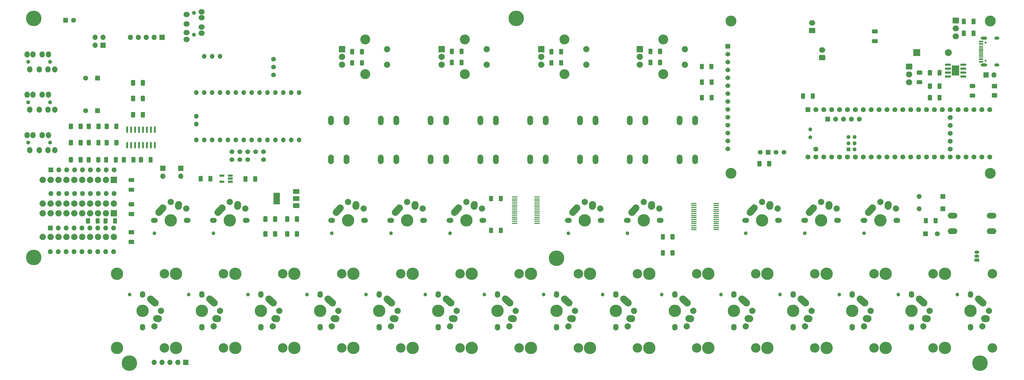
<source format=gbr>
G04 #@! TF.GenerationSoftware,KiCad,Pcbnew,(6.0.1)*
G04 #@! TF.CreationDate,2022-03-21T15:47:42+08:00*
G04 #@! TF.ProjectId,Teensy_Grovebox,5465656e-7379-45f4-9772-6f7665626f78,rev?*
G04 #@! TF.SameCoordinates,Original*
G04 #@! TF.FileFunction,Soldermask,Bot*
G04 #@! TF.FilePolarity,Negative*
%FSLAX46Y46*%
G04 Gerber Fmt 4.6, Leading zero omitted, Abs format (unit mm)*
G04 Created by KiCad (PCBNEW (6.0.1)) date 2022-03-21 15:47:42*
%MOMM*%
%LPD*%
G01*
G04 APERTURE LIST*
%ADD10R,1.600000X1.600000*%
%ADD11C,1.600000*%
%ADD12R,1.300000X1.300000*%
%ADD13C,1.300000*%
%ADD14R,2.000000X2.000000*%
%ADD15C,2.000000*%
%ADD16C,3.200000*%
%ADD17O,1.850000X3.048000*%
%ADD18O,3.048000X1.850000*%
%ADD19C,1.750000*%
%ADD20C,1.700000*%
%ADD21C,1.200000*%
%ADD22C,3.987800*%
%ADD23C,2.250000*%
%ADD24C,3.048000*%
%ADD25C,5.000000*%
%ADD26O,1.700000X2.000000*%
%ADD27R,2.032000X2.032000*%
%ADD28C,2.032000*%
%ADD29C,3.500000*%
%ADD30R,1.524000X1.524000*%
%ADD31C,1.524000*%
%ADD32O,2.000000X1.700000*%
%ADD33R,1.700000X1.700000*%
%ADD34O,1.700000X1.700000*%
%ADD35O,1.524000X1.524000*%
%ADD36R,1.560000X0.650000*%
%ADD37O,1.600000X1.600000*%
%ADD38C,0.650000*%
%ADD39R,1.450000X0.600000*%
%ADD40R,1.450000X0.300000*%
%ADD41O,1.600000X1.000000*%
%ADD42O,2.100000X1.000000*%
%ADD43R,2.000000X1.905000*%
%ADD44O,2.000000X1.905000*%
%ADD45R,2.410000X3.300000*%
%ADD46R,2.200000X2.200000*%
%ADD47O,2.200000X2.200000*%
%ADD48R,2.000000X1.500000*%
%ADD49R,2.000000X3.800000*%
%ADD50R,1.750000X0.450000*%
%ADD51R,1.500000X1.050000*%
%ADD52O,1.500000X1.050000*%
G04 APERTURE END LIST*
D10*
G04 #@! TO.C,U3*
X292790000Y-165380000D03*
D11*
X295330000Y-165380000D03*
X297870000Y-165380000D03*
X300410000Y-165380000D03*
X302950000Y-165380000D03*
X305490000Y-165380000D03*
X308030000Y-165380000D03*
X310570000Y-165380000D03*
X313110000Y-165380000D03*
X315650000Y-165380000D03*
X318190000Y-165380000D03*
X320730000Y-165380000D03*
X323270000Y-165380000D03*
X325810000Y-165380000D03*
X328350000Y-165380000D03*
X330890000Y-165380000D03*
X333430000Y-165380000D03*
X335970000Y-165380000D03*
X338510000Y-165380000D03*
X341050000Y-165380000D03*
X343590000Y-165380000D03*
X346130000Y-165380000D03*
X348670000Y-165380000D03*
X351210000Y-165380000D03*
X351210000Y-180620000D03*
X348670000Y-180620000D03*
X346130000Y-180620000D03*
X343590000Y-180620000D03*
X341050000Y-180620000D03*
X338510000Y-180620000D03*
X335970000Y-180620000D03*
X333430000Y-180620000D03*
X330890000Y-180620000D03*
X328350000Y-180620000D03*
X325810000Y-180620000D03*
X323270000Y-180620000D03*
X320730000Y-180620000D03*
X318190000Y-180620000D03*
X315650000Y-180620000D03*
X313110000Y-180620000D03*
X310570000Y-180620000D03*
X308030000Y-180620000D03*
X305490000Y-180620000D03*
X302950000Y-180620000D03*
X300410000Y-180620000D03*
X297870000Y-180620000D03*
X295330000Y-180620000D03*
X292790000Y-180620000D03*
X295330000Y-178080000D03*
X338510000Y-167920000D03*
X338510000Y-170460000D03*
X338510000Y-173000000D03*
X338510000Y-175540000D03*
X338510000Y-178080000D03*
D10*
X299089200Y-168430800D03*
D11*
X301629200Y-168430800D03*
X304169200Y-168430800D03*
X306709200Y-168430800D03*
X309249200Y-168430800D03*
D12*
X305760000Y-178181600D03*
D13*
X305760000Y-176181600D03*
X305760000Y-174181600D03*
X307760000Y-174181600D03*
X307760000Y-176181600D03*
X307760000Y-178181600D03*
X293520000Y-174270000D03*
X293520000Y-171730000D03*
G04 #@! TD*
D10*
G04 #@! TO.C,C20*
X330497349Y-205300000D03*
D11*
X334297349Y-205300000D03*
G04 #@! TD*
D14*
G04 #@! TO.C,ENC2*
X175050000Y-145875000D03*
D15*
X175050000Y-150875000D03*
X175050000Y-148375000D03*
D16*
X182550000Y-142775000D03*
X182550000Y-153975000D03*
D15*
X189550000Y-150875000D03*
X189550000Y-145875000D03*
G04 #@! TD*
D14*
G04 #@! TO.C,ENC4*
X238750000Y-145875000D03*
D15*
X238750000Y-150875000D03*
X238750000Y-148375000D03*
D16*
X246250000Y-142775000D03*
X246250000Y-153975000D03*
D15*
X253250000Y-150875000D03*
X253250000Y-145875000D03*
G04 #@! TD*
D14*
G04 #@! TO.C,ENC1*
X143050000Y-145875000D03*
D15*
X143050000Y-150875000D03*
X143050000Y-148375000D03*
D16*
X150550000Y-142775000D03*
X150550000Y-153975000D03*
D15*
X157550000Y-150875000D03*
X157550000Y-145875000D03*
G04 #@! TD*
D14*
G04 #@! TO.C,ENC3*
X207050000Y-145875000D03*
D15*
X207050000Y-150875000D03*
X207050000Y-148375000D03*
D16*
X214550000Y-142775000D03*
X214550000Y-153975000D03*
D15*
X221550000Y-150875000D03*
X221550000Y-145875000D03*
G04 #@! TD*
D17*
G04 #@! TO.C,SW27*
X139500000Y-181375000D03*
X139500000Y-168875000D03*
X144500000Y-181375000D03*
X144500000Y-168875000D03*
G04 #@! TD*
G04 #@! TO.C,SW34*
X251500000Y-181375000D03*
X251500000Y-168875000D03*
X256500000Y-181375000D03*
X256500000Y-168875000D03*
G04 #@! TD*
G04 #@! TO.C,SW28*
X155500000Y-181375000D03*
X155500000Y-168875000D03*
X160500000Y-181375000D03*
X160500000Y-168875000D03*
G04 #@! TD*
G04 #@! TO.C,SW30*
X187500000Y-181375000D03*
X187500000Y-168875000D03*
X192500000Y-181375000D03*
X192500000Y-168875000D03*
G04 #@! TD*
G04 #@! TO.C,SW32*
X219500000Y-181375000D03*
X219500000Y-168875000D03*
X224500000Y-181375000D03*
X224500000Y-168875000D03*
G04 #@! TD*
G04 #@! TO.C,SW29*
X171500000Y-181375000D03*
X171500000Y-168875000D03*
X176500000Y-181375000D03*
X176500000Y-168875000D03*
G04 #@! TD*
G04 #@! TO.C,SW31*
X203500000Y-181375000D03*
X203500000Y-168875000D03*
X208500000Y-181375000D03*
X208500000Y-168875000D03*
G04 #@! TD*
G04 #@! TO.C,SW33*
X235500000Y-181375000D03*
X235500000Y-168875000D03*
X240500000Y-181375000D03*
X240500000Y-168875000D03*
G04 #@! TD*
D18*
G04 #@! TO.C,SW26*
X339260000Y-199500000D03*
X351760000Y-199500000D03*
X339260000Y-204500000D03*
X351760000Y-204500000D03*
G04 #@! TD*
D10*
G04 #@! TO.C,MIC*
X54250000Y-136575000D03*
D11*
X56750000Y-136575000D03*
G04 #@! TD*
D10*
G04 #@! TO.C,C1*
X64502651Y-165700000D03*
D11*
X60702651Y-165700000D03*
G04 #@! TD*
D10*
G04 #@! TO.C,C2*
X64502651Y-155200000D03*
D11*
X60702651Y-155200000D03*
G04 #@! TD*
D19*
G04 #@! TO.C,SW21*
X291920000Y-201000000D03*
D20*
X291500000Y-201000000D03*
D21*
X291780000Y-205200000D03*
D20*
X302500000Y-201000000D03*
D22*
X297000000Y-201000000D03*
D19*
X302080000Y-201000000D03*
G36*
G01*
X299423483Y-197622395D02*
X299423483Y-197622395D01*
G75*
G02*
X298377605Y-196423483I76517J1122395D01*
G01*
X298417147Y-195843451D01*
G75*
G02*
X299616059Y-194797573I1122395J-76517D01*
G01*
X299616059Y-194797573D01*
G75*
G02*
X300661937Y-195996485I-76517J-1122395D01*
G01*
X300622395Y-196576517D01*
G75*
G02*
X299423483Y-197622395I-1122395J76517D01*
G01*
G37*
D23*
X299540000Y-195920000D03*
D15*
X302000000Y-197200000D03*
X297000000Y-195100000D03*
D23*
X294500000Y-197000000D03*
G36*
G01*
X292438688Y-199297350D02*
X292438688Y-199297350D01*
G75*
G02*
X292352650Y-197708688I751312J837350D01*
G01*
X293662640Y-196248680D01*
G75*
G02*
X295251302Y-196162642I837350J-751312D01*
G01*
X295251302Y-196162642D01*
G75*
G02*
X295337340Y-197751304I-751312J-837350D01*
G01*
X294027350Y-199211312D01*
G75*
G02*
X292438688Y-199297350I-837350J751312D01*
G01*
G37*
G04 #@! TD*
D20*
G04 #@! TO.C,SW17*
X250000000Y-235627000D03*
X250000000Y-224627000D03*
D24*
X256985000Y-218189000D03*
D22*
X241745000Y-242065000D03*
D19*
X250000000Y-225047000D03*
X250000000Y-235207000D03*
D21*
X245800000Y-224907000D03*
D22*
X241745000Y-218189000D03*
D24*
X256985000Y-242065000D03*
D22*
X250000000Y-230127000D03*
D23*
X254000000Y-227627000D03*
G36*
G01*
X251702650Y-225565688D02*
X251702650Y-225565688D01*
G75*
G02*
X253291312Y-225479650I837350J-751312D01*
G01*
X254751320Y-226789640D01*
G75*
G02*
X254837358Y-228378302I-751312J-837350D01*
G01*
X254837358Y-228378302D01*
G75*
G02*
X253248696Y-228464340I-837350J751312D01*
G01*
X251788688Y-227154350D01*
G75*
G02*
X251702650Y-225565688I751312J837350D01*
G01*
G37*
D15*
X255900000Y-230127000D03*
D23*
X255080000Y-232667000D03*
G36*
G01*
X253377605Y-232550483D02*
X253377605Y-232550483D01*
G75*
G02*
X254576517Y-231504605I1122395J-76517D01*
G01*
X255156549Y-231544147D01*
G75*
G02*
X256202427Y-232743059I-76517J-1122395D01*
G01*
X256202427Y-232743059D01*
G75*
G02*
X255003515Y-233788937I-1122395J76517D01*
G01*
X254423483Y-233749395D01*
G75*
G02*
X253377605Y-232550483I76517J1122395D01*
G01*
G37*
D15*
X253800000Y-235127000D03*
G04 #@! TD*
D20*
G04 #@! TO.C,SW9*
X158500000Y-201000000D03*
D22*
X164000000Y-201000000D03*
D20*
X169500000Y-201000000D03*
D19*
X158920000Y-201000000D03*
D21*
X158780000Y-205200000D03*
D19*
X169080000Y-201000000D03*
G36*
G01*
X166423483Y-197622395D02*
X166423483Y-197622395D01*
G75*
G02*
X165377605Y-196423483I76517J1122395D01*
G01*
X165417147Y-195843451D01*
G75*
G02*
X166616059Y-194797573I1122395J-76517D01*
G01*
X166616059Y-194797573D01*
G75*
G02*
X167661937Y-195996485I-76517J-1122395D01*
G01*
X167622395Y-196576517D01*
G75*
G02*
X166423483Y-197622395I-1122395J76517D01*
G01*
G37*
D15*
X169000000Y-197200000D03*
D23*
X166540000Y-195920000D03*
D15*
X164000000Y-195100000D03*
G36*
G01*
X159438688Y-199297350D02*
X159438688Y-199297350D01*
G75*
G02*
X159352650Y-197708688I751312J837350D01*
G01*
X160662640Y-196248680D01*
G75*
G02*
X162251302Y-196162642I837350J-751312D01*
G01*
X162251302Y-196162642D01*
G75*
G02*
X162337340Y-197751304I-751312J-837350D01*
G01*
X161027350Y-199211312D01*
G75*
G02*
X159438688Y-199297350I-837350J751312D01*
G01*
G37*
D23*
X161500000Y-197000000D03*
G04 #@! TD*
D24*
G04 #@! TO.C,SW12*
X199985000Y-218189000D03*
D22*
X184745000Y-218189000D03*
D19*
X193000000Y-225047000D03*
D20*
X193000000Y-235627000D03*
D21*
X188800000Y-224907000D03*
D24*
X199985000Y-242065000D03*
D22*
X193000000Y-230127000D03*
D19*
X193000000Y-235207000D03*
D20*
X193000000Y-224627000D03*
D22*
X184745000Y-242065000D03*
D23*
X197000000Y-227627000D03*
D15*
X198900000Y-230127000D03*
G36*
G01*
X194702650Y-225565688D02*
X194702650Y-225565688D01*
G75*
G02*
X196291312Y-225479650I837350J-751312D01*
G01*
X197751320Y-226789640D01*
G75*
G02*
X197837358Y-228378302I-751312J-837350D01*
G01*
X197837358Y-228378302D01*
G75*
G02*
X196248696Y-228464340I-837350J751312D01*
G01*
X194788688Y-227154350D01*
G75*
G02*
X194702650Y-225565688I751312J837350D01*
G01*
G37*
G36*
G01*
X196377605Y-232550483D02*
X196377605Y-232550483D01*
G75*
G02*
X197576517Y-231504605I1122395J-76517D01*
G01*
X198156549Y-231544147D01*
G75*
G02*
X199202427Y-232743059I-76517J-1122395D01*
G01*
X199202427Y-232743059D01*
G75*
G02*
X198003515Y-233788937I-1122395J76517D01*
G01*
X197423483Y-233749395D01*
G75*
G02*
X196377605Y-232550483I76517J1122395D01*
G01*
G37*
D23*
X198080000Y-232667000D03*
D15*
X196800000Y-235127000D03*
G04 #@! TD*
D24*
G04 #@! TO.C,SW22*
X313985000Y-218189000D03*
D19*
X307000000Y-235207000D03*
D24*
X313985000Y-242065000D03*
D22*
X307000000Y-230127000D03*
D20*
X307000000Y-235627000D03*
D21*
X302800000Y-224907000D03*
D22*
X298745000Y-218189000D03*
D19*
X307000000Y-225047000D03*
D20*
X307000000Y-224627000D03*
D22*
X298745000Y-242065000D03*
G36*
G01*
X308702650Y-225565688D02*
X308702650Y-225565688D01*
G75*
G02*
X310291312Y-225479650I837350J-751312D01*
G01*
X311751320Y-226789640D01*
G75*
G02*
X311837358Y-228378302I-751312J-837350D01*
G01*
X311837358Y-228378302D01*
G75*
G02*
X310248696Y-228464340I-837350J751312D01*
G01*
X308788688Y-227154350D01*
G75*
G02*
X308702650Y-225565688I751312J837350D01*
G01*
G37*
D23*
X311000000Y-227627000D03*
D15*
X312900000Y-230127000D03*
D23*
X312080000Y-232667000D03*
G36*
G01*
X310377605Y-232550483D02*
X310377605Y-232550483D01*
G75*
G02*
X311576517Y-231504605I1122395J-76517D01*
G01*
X312156549Y-231544147D01*
G75*
G02*
X313202427Y-232743059I-76517J-1122395D01*
G01*
X313202427Y-232743059D01*
G75*
G02*
X312003515Y-233788937I-1122395J76517D01*
G01*
X311423483Y-233749395D01*
G75*
G02*
X310377605Y-232550483I76517J1122395D01*
G01*
G37*
D15*
X310800000Y-235127000D03*
G04 #@! TD*
D19*
G04 #@! TO.C,SW4*
X101920000Y-201000000D03*
D20*
X101500000Y-201000000D03*
D22*
X107000000Y-201000000D03*
D20*
X112500000Y-201000000D03*
D21*
X101780000Y-205200000D03*
D19*
X112080000Y-201000000D03*
G36*
G01*
X109423483Y-197622395D02*
X109423483Y-197622395D01*
G75*
G02*
X108377605Y-196423483I76517J1122395D01*
G01*
X108417147Y-195843451D01*
G75*
G02*
X109616059Y-194797573I1122395J-76517D01*
G01*
X109616059Y-194797573D01*
G75*
G02*
X110661937Y-195996485I-76517J-1122395D01*
G01*
X110622395Y-196576517D01*
G75*
G02*
X109423483Y-197622395I-1122395J76517D01*
G01*
G37*
D15*
X112000000Y-197200000D03*
D23*
X109540000Y-195920000D03*
X104500000Y-197000000D03*
G36*
G01*
X102438688Y-199297350D02*
X102438688Y-199297350D01*
G75*
G02*
X102352650Y-197708688I751312J837350D01*
G01*
X103662640Y-196248680D01*
G75*
G02*
X105251302Y-196162642I837350J-751312D01*
G01*
X105251302Y-196162642D01*
G75*
G02*
X105337340Y-197751304I-751312J-837350D01*
G01*
X104027350Y-199211312D01*
G75*
G02*
X102438688Y-199297350I-837350J751312D01*
G01*
G37*
D15*
X107000000Y-195100000D03*
G04 #@! TD*
D20*
G04 #@! TO.C,SW3*
X98000000Y-224627000D03*
D19*
X98000000Y-235207000D03*
D22*
X89745000Y-218189000D03*
X89745000Y-242065000D03*
D19*
X98000000Y-225047000D03*
D20*
X98000000Y-235627000D03*
D24*
X104985000Y-218189000D03*
X104985000Y-242065000D03*
D22*
X98000000Y-230127000D03*
D21*
X93800000Y-224907000D03*
G36*
G01*
X99702650Y-225565688D02*
X99702650Y-225565688D01*
G75*
G02*
X101291312Y-225479650I837350J-751312D01*
G01*
X102751320Y-226789640D01*
G75*
G02*
X102837358Y-228378302I-751312J-837350D01*
G01*
X102837358Y-228378302D01*
G75*
G02*
X101248696Y-228464340I-837350J751312D01*
G01*
X99788688Y-227154350D01*
G75*
G02*
X99702650Y-225565688I751312J837350D01*
G01*
G37*
D23*
X102000000Y-227627000D03*
D15*
X103900000Y-230127000D03*
G36*
G01*
X101377605Y-232550483D02*
X101377605Y-232550483D01*
G75*
G02*
X102576517Y-231504605I1122395J-76517D01*
G01*
X103156549Y-231544147D01*
G75*
G02*
X104202427Y-232743059I-76517J-1122395D01*
G01*
X104202427Y-232743059D01*
G75*
G02*
X103003515Y-233788937I-1122395J76517D01*
G01*
X102423483Y-233749395D01*
G75*
G02*
X101377605Y-232550483I76517J1122395D01*
G01*
G37*
D23*
X103080000Y-232667000D03*
D15*
X101800000Y-235127000D03*
G04 #@! TD*
D21*
G04 #@! TO.C,SW19*
X272780000Y-205200000D03*
D22*
X278000000Y-201000000D03*
D20*
X283500000Y-201000000D03*
D19*
X283080000Y-201000000D03*
X272920000Y-201000000D03*
D20*
X272500000Y-201000000D03*
D15*
X283000000Y-197200000D03*
G36*
G01*
X280423483Y-197622395D02*
X280423483Y-197622395D01*
G75*
G02*
X279377605Y-196423483I76517J1122395D01*
G01*
X279417147Y-195843451D01*
G75*
G02*
X280616059Y-194797573I1122395J-76517D01*
G01*
X280616059Y-194797573D01*
G75*
G02*
X281661937Y-195996485I-76517J-1122395D01*
G01*
X281622395Y-196576517D01*
G75*
G02*
X280423483Y-197622395I-1122395J76517D01*
G01*
G37*
D23*
X280540000Y-195920000D03*
G36*
G01*
X273438688Y-199297350D02*
X273438688Y-199297350D01*
G75*
G02*
X273352650Y-197708688I751312J837350D01*
G01*
X274662640Y-196248680D01*
G75*
G02*
X276251302Y-196162642I837350J-751312D01*
G01*
X276251302Y-196162642D01*
G75*
G02*
X276337340Y-197751304I-751312J-837350D01*
G01*
X275027350Y-199211312D01*
G75*
G02*
X273438688Y-199297350I-837350J751312D01*
G01*
G37*
D15*
X278000000Y-195100000D03*
D23*
X275500000Y-197000000D03*
G04 #@! TD*
D25*
G04 #@! TO.C,*
X44000000Y-136000000D03*
G04 #@! TD*
D13*
G04 #@! TO.C,J8*
X42250000Y-149982500D03*
X49250000Y-149982500D03*
D26*
X42750000Y-152382500D03*
X45750000Y-152382500D03*
X48550000Y-152382500D03*
X50750000Y-152382500D03*
X41850000Y-147582500D03*
X43750000Y-147582500D03*
X46750000Y-147582500D03*
X48750000Y-147582500D03*
G04 #@! TD*
D27*
G04 #@! TO.C,BAR2*
X69750000Y-188000000D03*
D28*
X67210000Y-188000000D03*
X64670000Y-188000000D03*
X62130000Y-188000000D03*
X59590000Y-188000000D03*
X57050000Y-188000000D03*
X54510000Y-188000000D03*
X51970000Y-188000000D03*
X49430000Y-188000000D03*
X46890000Y-188000000D03*
X46890000Y-195620000D03*
X49430000Y-195620000D03*
X51970000Y-195620000D03*
X54510000Y-195620000D03*
X57050000Y-195620000D03*
X59590000Y-195620000D03*
X62130000Y-195620000D03*
X64670000Y-195620000D03*
X67210000Y-195620000D03*
X69750000Y-195620000D03*
G04 #@! TD*
D20*
G04 #@! TO.C,SW10*
X174000000Y-235627000D03*
D19*
X174000000Y-225047000D03*
D20*
X174000000Y-224627000D03*
D22*
X165745000Y-218189000D03*
D19*
X174000000Y-235207000D03*
D22*
X165745000Y-242065000D03*
X174000000Y-230127000D03*
D21*
X169800000Y-224907000D03*
D24*
X180985000Y-242065000D03*
X180985000Y-218189000D03*
D15*
X179900000Y-230127000D03*
G36*
G01*
X175702650Y-225565688D02*
X175702650Y-225565688D01*
G75*
G02*
X177291312Y-225479650I837350J-751312D01*
G01*
X178751320Y-226789640D01*
G75*
G02*
X178837358Y-228378302I-751312J-837350D01*
G01*
X178837358Y-228378302D01*
G75*
G02*
X177248696Y-228464340I-837350J751312D01*
G01*
X175788688Y-227154350D01*
G75*
G02*
X175702650Y-225565688I751312J837350D01*
G01*
G37*
D23*
X178000000Y-227627000D03*
X179080000Y-232667000D03*
G36*
G01*
X177377605Y-232550483D02*
X177377605Y-232550483D01*
G75*
G02*
X178576517Y-231504605I1122395J-76517D01*
G01*
X179156549Y-231544147D01*
G75*
G02*
X180202427Y-232743059I-76517J-1122395D01*
G01*
X180202427Y-232743059D01*
G75*
G02*
X179003515Y-233788937I-1122395J76517D01*
G01*
X178423483Y-233749395D01*
G75*
G02*
X177377605Y-232550483I76517J1122395D01*
G01*
G37*
D15*
X177800000Y-235127000D03*
G04 #@! TD*
D25*
G04 #@! TO.C,*
X212000000Y-213250000D03*
G04 #@! TD*
D19*
G04 #@! TO.C,SW7*
X150080000Y-201000000D03*
X139920000Y-201000000D03*
D20*
X150500000Y-201000000D03*
X139500000Y-201000000D03*
D21*
X139780000Y-205200000D03*
D22*
X145000000Y-201000000D03*
D23*
X147540000Y-195920000D03*
G36*
G01*
X147423483Y-197622395D02*
X147423483Y-197622395D01*
G75*
G02*
X146377605Y-196423483I76517J1122395D01*
G01*
X146417147Y-195843451D01*
G75*
G02*
X147616059Y-194797573I1122395J-76517D01*
G01*
X147616059Y-194797573D01*
G75*
G02*
X148661937Y-195996485I-76517J-1122395D01*
G01*
X148622395Y-196576517D01*
G75*
G02*
X147423483Y-197622395I-1122395J76517D01*
G01*
G37*
D15*
X150000000Y-197200000D03*
X145000000Y-195100000D03*
G36*
G01*
X140438688Y-199297350D02*
X140438688Y-199297350D01*
G75*
G02*
X140352650Y-197708688I751312J837350D01*
G01*
X141662640Y-196248680D01*
G75*
G02*
X143251302Y-196162642I837350J-751312D01*
G01*
X143251302Y-196162642D01*
G75*
G02*
X143337340Y-197751304I-751312J-837350D01*
G01*
X142027350Y-199211312D01*
G75*
G02*
X140438688Y-199297350I-837350J751312D01*
G01*
G37*
D23*
X142500000Y-197000000D03*
G04 #@! TD*
D21*
G04 #@! TO.C,SW11*
X177780000Y-205200000D03*
D19*
X177920000Y-201000000D03*
X188080000Y-201000000D03*
D20*
X177500000Y-201000000D03*
D22*
X183000000Y-201000000D03*
D20*
X188500000Y-201000000D03*
D23*
X185540000Y-195920000D03*
D15*
X188000000Y-197200000D03*
G36*
G01*
X185423483Y-197622395D02*
X185423483Y-197622395D01*
G75*
G02*
X184377605Y-196423483I76517J1122395D01*
G01*
X184417147Y-195843451D01*
G75*
G02*
X185616059Y-194797573I1122395J-76517D01*
G01*
X185616059Y-194797573D01*
G75*
G02*
X186661937Y-195996485I-76517J-1122395D01*
G01*
X186622395Y-196576517D01*
G75*
G02*
X185423483Y-197622395I-1122395J76517D01*
G01*
G37*
D23*
X180500000Y-197000000D03*
D15*
X183000000Y-195100000D03*
G36*
G01*
X178438688Y-199297350D02*
X178438688Y-199297350D01*
G75*
G02*
X178352650Y-197708688I751312J837350D01*
G01*
X179662640Y-196248680D01*
G75*
G02*
X181251302Y-196162642I837350J-751312D01*
G01*
X181251302Y-196162642D01*
G75*
G02*
X181337340Y-197751304I-751312J-837350D01*
G01*
X180027350Y-199211312D01*
G75*
G02*
X178438688Y-199297350I-837350J751312D01*
G01*
G37*
G04 #@! TD*
D19*
G04 #@! TO.C,SW2*
X93080000Y-201000000D03*
D20*
X82500000Y-201000000D03*
D19*
X82920000Y-201000000D03*
D22*
X88000000Y-201000000D03*
D20*
X93500000Y-201000000D03*
D21*
X82780000Y-205200000D03*
D15*
X93000000Y-197200000D03*
D23*
X90540000Y-195920000D03*
G36*
G01*
X90423483Y-197622395D02*
X90423483Y-197622395D01*
G75*
G02*
X89377605Y-196423483I76517J1122395D01*
G01*
X89417147Y-195843451D01*
G75*
G02*
X90616059Y-194797573I1122395J-76517D01*
G01*
X90616059Y-194797573D01*
G75*
G02*
X91661937Y-195996485I-76517J-1122395D01*
G01*
X91622395Y-196576517D01*
G75*
G02*
X90423483Y-197622395I-1122395J76517D01*
G01*
G37*
G36*
G01*
X83438688Y-199297350D02*
X83438688Y-199297350D01*
G75*
G02*
X83352650Y-197708688I751312J837350D01*
G01*
X84662640Y-196248680D01*
G75*
G02*
X86251302Y-196162642I837350J-751312D01*
G01*
X86251302Y-196162642D01*
G75*
G02*
X86337340Y-197751304I-751312J-837350D01*
G01*
X85027350Y-199211312D01*
G75*
G02*
X83438688Y-199297350I-837350J751312D01*
G01*
G37*
D15*
X88000000Y-195100000D03*
D23*
X85500000Y-197000000D03*
G04 #@! TD*
D13*
G04 #@! TO.C,J10*
X42250000Y-175982500D03*
X49250000Y-175982500D03*
D26*
X42750000Y-178382500D03*
X45750000Y-178382500D03*
X48550000Y-178382500D03*
X50750000Y-178382500D03*
X41850000Y-173582500D03*
X43750000Y-173582500D03*
X46750000Y-173582500D03*
X48750000Y-173582500D03*
G04 #@! TD*
D25*
G04 #@! TO.C,*
X44000000Y-213000000D03*
G04 #@! TD*
D29*
G04 #@! TO.C,U1*
X268050000Y-136855000D03*
X268050000Y-185895000D03*
X351350000Y-185895000D03*
X351350000Y-136855000D03*
D30*
X267050000Y-144955000D03*
D31*
X267050000Y-147495000D03*
X267050000Y-150035000D03*
X267050000Y-152575000D03*
X267050000Y-155115000D03*
X267050000Y-157655000D03*
X267050000Y-160195000D03*
X267050000Y-162735000D03*
X267050000Y-165275000D03*
X267050000Y-167815000D03*
X267050000Y-170355000D03*
X267050000Y-172895000D03*
X267050000Y-175435000D03*
X267050000Y-177975000D03*
G04 #@! TD*
D24*
G04 #@! TO.C,SW5*
X123985000Y-242065000D03*
X123985000Y-218189000D03*
D21*
X112800000Y-224907000D03*
D22*
X117000000Y-230127000D03*
D20*
X117000000Y-235627000D03*
D22*
X108745000Y-218189000D03*
D20*
X117000000Y-224627000D03*
D19*
X117000000Y-235207000D03*
X117000000Y-225047000D03*
D22*
X108745000Y-242065000D03*
G36*
G01*
X118702650Y-225565688D02*
X118702650Y-225565688D01*
G75*
G02*
X120291312Y-225479650I837350J-751312D01*
G01*
X121751320Y-226789640D01*
G75*
G02*
X121837358Y-228378302I-751312J-837350D01*
G01*
X121837358Y-228378302D01*
G75*
G02*
X120248696Y-228464340I-837350J751312D01*
G01*
X118788688Y-227154350D01*
G75*
G02*
X118702650Y-225565688I751312J837350D01*
G01*
G37*
D15*
X122900000Y-230127000D03*
D23*
X121000000Y-227627000D03*
G36*
G01*
X120377605Y-232550483D02*
X120377605Y-232550483D01*
G75*
G02*
X121576517Y-231504605I1122395J-76517D01*
G01*
X122156549Y-231544147D01*
G75*
G02*
X123202427Y-232743059I-76517J-1122395D01*
G01*
X123202427Y-232743059D01*
G75*
G02*
X122003515Y-233788937I-1122395J76517D01*
G01*
X121423483Y-233749395D01*
G75*
G02*
X120377605Y-232550483I76517J1122395D01*
G01*
G37*
X122080000Y-232667000D03*
D15*
X120800000Y-235127000D03*
G04 #@! TD*
D20*
G04 #@! TO.C,SW25*
X345000000Y-235627000D03*
X345000000Y-224627000D03*
D22*
X336745000Y-242065000D03*
D24*
X351985000Y-218189000D03*
D19*
X345000000Y-235207000D03*
D22*
X336745000Y-218189000D03*
X345000000Y-230127000D03*
D19*
X345000000Y-225047000D03*
D24*
X351985000Y-242065000D03*
D21*
X340800000Y-224907000D03*
G36*
G01*
X346702650Y-225565688D02*
X346702650Y-225565688D01*
G75*
G02*
X348291312Y-225479650I837350J-751312D01*
G01*
X349751320Y-226789640D01*
G75*
G02*
X349837358Y-228378302I-751312J-837350D01*
G01*
X349837358Y-228378302D01*
G75*
G02*
X348248696Y-228464340I-837350J751312D01*
G01*
X346788688Y-227154350D01*
G75*
G02*
X346702650Y-225565688I751312J837350D01*
G01*
G37*
D23*
X349000000Y-227627000D03*
D15*
X350900000Y-230127000D03*
X348800000Y-235127000D03*
D23*
X350080000Y-232667000D03*
G36*
G01*
X348377605Y-232550483D02*
X348377605Y-232550483D01*
G75*
G02*
X349576517Y-231504605I1122395J-76517D01*
G01*
X350156549Y-231544147D01*
G75*
G02*
X351202427Y-232743059I-76517J-1122395D01*
G01*
X351202427Y-232743059D01*
G75*
G02*
X350003515Y-233788937I-1122395J76517D01*
G01*
X349423483Y-233749395D01*
G75*
G02*
X348377605Y-232550483I76517J1122395D01*
G01*
G37*
G04 #@! TD*
D24*
G04 #@! TO.C,SW20*
X294985000Y-218189000D03*
D19*
X288000000Y-235207000D03*
X288000000Y-225047000D03*
D22*
X288000000Y-230127000D03*
X279745000Y-218189000D03*
D20*
X288000000Y-224627000D03*
D22*
X279745000Y-242065000D03*
D24*
X294985000Y-242065000D03*
D21*
X283800000Y-224907000D03*
D20*
X288000000Y-235627000D03*
D15*
X293900000Y-230127000D03*
D23*
X292000000Y-227627000D03*
G36*
G01*
X289702650Y-225565688D02*
X289702650Y-225565688D01*
G75*
G02*
X291291312Y-225479650I837350J-751312D01*
G01*
X292751320Y-226789640D01*
G75*
G02*
X292837358Y-228378302I-751312J-837350D01*
G01*
X292837358Y-228378302D01*
G75*
G02*
X291248696Y-228464340I-837350J751312D01*
G01*
X289788688Y-227154350D01*
G75*
G02*
X289702650Y-225565688I751312J837350D01*
G01*
G37*
D15*
X291800000Y-235127000D03*
D23*
X293080000Y-232667000D03*
G36*
G01*
X291377605Y-232550483D02*
X291377605Y-232550483D01*
G75*
G02*
X292576517Y-231504605I1122395J-76517D01*
G01*
X293156549Y-231544147D01*
G75*
G02*
X294202427Y-232743059I-76517J-1122395D01*
G01*
X294202427Y-232743059D01*
G75*
G02*
X293003515Y-233788937I-1122395J76517D01*
G01*
X292423483Y-233749395D01*
G75*
G02*
X291377605Y-232550483I76517J1122395D01*
G01*
G37*
G04 #@! TD*
D25*
G04 #@! TO.C,*
X199000000Y-136000000D03*
G04 #@! TD*
D22*
G04 #@! TO.C,SW6*
X127745000Y-242065000D03*
X127745000Y-218189000D03*
D19*
X136000000Y-225047000D03*
D24*
X142985000Y-242065000D03*
X142985000Y-218189000D03*
D20*
X136000000Y-235627000D03*
D19*
X136000000Y-235207000D03*
D20*
X136000000Y-224627000D03*
D21*
X131800000Y-224907000D03*
D22*
X136000000Y-230127000D03*
D23*
X140000000Y-227627000D03*
D15*
X141900000Y-230127000D03*
G36*
G01*
X137702650Y-225565688D02*
X137702650Y-225565688D01*
G75*
G02*
X139291312Y-225479650I837350J-751312D01*
G01*
X140751320Y-226789640D01*
G75*
G02*
X140837358Y-228378302I-751312J-837350D01*
G01*
X140837358Y-228378302D01*
G75*
G02*
X139248696Y-228464340I-837350J751312D01*
G01*
X137788688Y-227154350D01*
G75*
G02*
X137702650Y-225565688I751312J837350D01*
G01*
G37*
G36*
G01*
X139377605Y-232550483D02*
X139377605Y-232550483D01*
G75*
G02*
X140576517Y-231504605I1122395J-76517D01*
G01*
X141156549Y-231544147D01*
G75*
G02*
X142202427Y-232743059I-76517J-1122395D01*
G01*
X142202427Y-232743059D01*
G75*
G02*
X141003515Y-233788937I-1122395J76517D01*
G01*
X140423483Y-233749395D01*
G75*
G02*
X139377605Y-232550483I76517J1122395D01*
G01*
G37*
D23*
X141080000Y-232667000D03*
D15*
X139800000Y-235127000D03*
G04 #@! TD*
D19*
G04 #@! TO.C,SW15*
X231000000Y-225047000D03*
D21*
X226800000Y-224907000D03*
D20*
X231000000Y-235627000D03*
D22*
X222745000Y-218189000D03*
D19*
X231000000Y-235207000D03*
D20*
X231000000Y-224627000D03*
D22*
X231000000Y-230127000D03*
X222745000Y-242065000D03*
D24*
X237985000Y-218189000D03*
X237985000Y-242065000D03*
G36*
G01*
X232702650Y-225565688D02*
X232702650Y-225565688D01*
G75*
G02*
X234291312Y-225479650I837350J-751312D01*
G01*
X235751320Y-226789640D01*
G75*
G02*
X235837358Y-228378302I-751312J-837350D01*
G01*
X235837358Y-228378302D01*
G75*
G02*
X234248696Y-228464340I-837350J751312D01*
G01*
X232788688Y-227154350D01*
G75*
G02*
X232702650Y-225565688I751312J837350D01*
G01*
G37*
D15*
X236900000Y-230127000D03*
D23*
X235000000Y-227627000D03*
G36*
G01*
X234377605Y-232550483D02*
X234377605Y-232550483D01*
G75*
G02*
X235576517Y-231504605I1122395J-76517D01*
G01*
X236156549Y-231544147D01*
G75*
G02*
X237202427Y-232743059I-76517J-1122395D01*
G01*
X237202427Y-232743059D01*
G75*
G02*
X236003515Y-233788937I-1122395J76517D01*
G01*
X235423483Y-233749395D01*
G75*
G02*
X234377605Y-232550483I76517J1122395D01*
G01*
G37*
D15*
X234800000Y-235127000D03*
D23*
X236080000Y-232667000D03*
G04 #@! TD*
D19*
G04 #@! TO.C,SW16*
X245080000Y-201000000D03*
D20*
X245500000Y-201000000D03*
D21*
X234780000Y-205200000D03*
D20*
X234500000Y-201000000D03*
D19*
X234920000Y-201000000D03*
D22*
X240000000Y-201000000D03*
D15*
X245000000Y-197200000D03*
G36*
G01*
X242423483Y-197622395D02*
X242423483Y-197622395D01*
G75*
G02*
X241377605Y-196423483I76517J1122395D01*
G01*
X241417147Y-195843451D01*
G75*
G02*
X242616059Y-194797573I1122395J-76517D01*
G01*
X242616059Y-194797573D01*
G75*
G02*
X243661937Y-195996485I-76517J-1122395D01*
G01*
X243622395Y-196576517D01*
G75*
G02*
X242423483Y-197622395I-1122395J76517D01*
G01*
G37*
D23*
X242540000Y-195920000D03*
D15*
X240000000Y-195100000D03*
D23*
X237500000Y-197000000D03*
G36*
G01*
X235438688Y-199297350D02*
X235438688Y-199297350D01*
G75*
G02*
X235352650Y-197708688I751312J837350D01*
G01*
X236662640Y-196248680D01*
G75*
G02*
X238251302Y-196162642I837350J-751312D01*
G01*
X238251302Y-196162642D01*
G75*
G02*
X238337340Y-197751304I-751312J-837350D01*
G01*
X237027350Y-199211312D01*
G75*
G02*
X235438688Y-199297350I-837350J751312D01*
G01*
G37*
G04 #@! TD*
D27*
G04 #@! TO.C,BAR1*
X69750000Y-198702500D03*
D28*
X67210000Y-198702500D03*
X64670000Y-198702500D03*
X62130000Y-198702500D03*
X59590000Y-198702500D03*
X57050000Y-198702500D03*
X54510000Y-198702500D03*
X51970000Y-198702500D03*
X49430000Y-198702500D03*
X46890000Y-198702500D03*
X46890000Y-206322500D03*
X49430000Y-206322500D03*
X51970000Y-206322500D03*
X54510000Y-206322500D03*
X57050000Y-206322500D03*
X59590000Y-206322500D03*
X62130000Y-206322500D03*
X64670000Y-206322500D03*
X67210000Y-206322500D03*
X69750000Y-206322500D03*
G04 #@! TD*
D20*
G04 #@! TO.C,SW1*
X79000000Y-235627000D03*
D19*
X79000000Y-235207000D03*
D21*
X74800000Y-224907000D03*
D19*
X79000000Y-225047000D03*
D22*
X79000000Y-230127000D03*
X70745000Y-218189000D03*
X70745000Y-242065000D03*
D24*
X85985000Y-218189000D03*
D20*
X79000000Y-224627000D03*
D24*
X85985000Y-242065000D03*
G36*
G01*
X80702650Y-225565688D02*
X80702650Y-225565688D01*
G75*
G02*
X82291312Y-225479650I837350J-751312D01*
G01*
X83751320Y-226789640D01*
G75*
G02*
X83837358Y-228378302I-751312J-837350D01*
G01*
X83837358Y-228378302D01*
G75*
G02*
X82248696Y-228464340I-837350J751312D01*
G01*
X80788688Y-227154350D01*
G75*
G02*
X80702650Y-225565688I751312J837350D01*
G01*
G37*
D23*
X83000000Y-227627000D03*
D15*
X84900000Y-230127000D03*
D23*
X84080000Y-232667000D03*
G36*
G01*
X82377605Y-232550483D02*
X82377605Y-232550483D01*
G75*
G02*
X83576517Y-231504605I1122395J-76517D01*
G01*
X84156549Y-231544147D01*
G75*
G02*
X85202427Y-232743059I-76517J-1122395D01*
G01*
X85202427Y-232743059D01*
G75*
G02*
X84003515Y-233788937I-1122395J76517D01*
G01*
X83423483Y-233749395D01*
G75*
G02*
X82377605Y-232550483I76517J1122395D01*
G01*
G37*
D15*
X82800000Y-235127000D03*
G04 #@! TD*
D20*
G04 #@! TO.C,SW24*
X326000000Y-224627000D03*
D24*
X332985000Y-242065000D03*
X332985000Y-218189000D03*
D19*
X326000000Y-235207000D03*
D22*
X317745000Y-242065000D03*
D20*
X326000000Y-235627000D03*
D21*
X321800000Y-224907000D03*
D22*
X326000000Y-230127000D03*
D19*
X326000000Y-225047000D03*
D22*
X317745000Y-218189000D03*
G36*
G01*
X327702650Y-225565688D02*
X327702650Y-225565688D01*
G75*
G02*
X329291312Y-225479650I837350J-751312D01*
G01*
X330751320Y-226789640D01*
G75*
G02*
X330837358Y-228378302I-751312J-837350D01*
G01*
X330837358Y-228378302D01*
G75*
G02*
X329248696Y-228464340I-837350J751312D01*
G01*
X327788688Y-227154350D01*
G75*
G02*
X327702650Y-225565688I751312J837350D01*
G01*
G37*
D15*
X331900000Y-230127000D03*
D23*
X330000000Y-227627000D03*
X331080000Y-232667000D03*
D15*
X329800000Y-235127000D03*
G36*
G01*
X329377605Y-232550483D02*
X329377605Y-232550483D01*
G75*
G02*
X330576517Y-231504605I1122395J-76517D01*
G01*
X331156549Y-231544147D01*
G75*
G02*
X332202427Y-232743059I-76517J-1122395D01*
G01*
X332202427Y-232743059D01*
G75*
G02*
X331003515Y-233788937I-1122395J76517D01*
G01*
X330423483Y-233749395D01*
G75*
G02*
X329377605Y-232550483I76517J1122395D01*
G01*
G37*
G04 #@! TD*
D13*
G04 #@! TO.C,J4*
X95517500Y-134250000D03*
X95517500Y-141250000D03*
D32*
X93117500Y-134750000D03*
X93117500Y-137750000D03*
X93117500Y-140550000D03*
X93117500Y-142750000D03*
X97917500Y-133850000D03*
X97917500Y-135750000D03*
X97917500Y-138750000D03*
X97917500Y-140750000D03*
G04 #@! TD*
D20*
G04 #@! TO.C,SW14*
X226500000Y-201000000D03*
D22*
X221000000Y-201000000D03*
D19*
X215920000Y-201000000D03*
X226080000Y-201000000D03*
D21*
X215780000Y-205200000D03*
D20*
X215500000Y-201000000D03*
G36*
G01*
X223423483Y-197622395D02*
X223423483Y-197622395D01*
G75*
G02*
X222377605Y-196423483I76517J1122395D01*
G01*
X222417147Y-195843451D01*
G75*
G02*
X223616059Y-194797573I1122395J-76517D01*
G01*
X223616059Y-194797573D01*
G75*
G02*
X224661937Y-195996485I-76517J-1122395D01*
G01*
X224622395Y-196576517D01*
G75*
G02*
X223423483Y-197622395I-1122395J76517D01*
G01*
G37*
D15*
X226000000Y-197200000D03*
D23*
X223540000Y-195920000D03*
G36*
G01*
X216438688Y-199297350D02*
X216438688Y-199297350D01*
G75*
G02*
X216352650Y-197708688I751312J837350D01*
G01*
X217662640Y-196248680D01*
G75*
G02*
X219251302Y-196162642I837350J-751312D01*
G01*
X219251302Y-196162642D01*
G75*
G02*
X219337340Y-197751304I-751312J-837350D01*
G01*
X218027350Y-199211312D01*
G75*
G02*
X216438688Y-199297350I-837350J751312D01*
G01*
G37*
D15*
X221000000Y-195100000D03*
D23*
X218500000Y-197000000D03*
G04 #@! TD*
D24*
G04 #@! TO.C,SW13*
X218985000Y-218189000D03*
D22*
X203745000Y-218189000D03*
X203745000Y-242065000D03*
D19*
X212000000Y-225047000D03*
D24*
X218985000Y-242065000D03*
D20*
X212000000Y-224627000D03*
X212000000Y-235627000D03*
D21*
X207800000Y-224907000D03*
D22*
X212000000Y-230127000D03*
D19*
X212000000Y-235207000D03*
G36*
G01*
X213702650Y-225565688D02*
X213702650Y-225565688D01*
G75*
G02*
X215291312Y-225479650I837350J-751312D01*
G01*
X216751320Y-226789640D01*
G75*
G02*
X216837358Y-228378302I-751312J-837350D01*
G01*
X216837358Y-228378302D01*
G75*
G02*
X215248696Y-228464340I-837350J751312D01*
G01*
X213788688Y-227154350D01*
G75*
G02*
X213702650Y-225565688I751312J837350D01*
G01*
G37*
D23*
X216000000Y-227627000D03*
D15*
X217900000Y-230127000D03*
D23*
X217080000Y-232667000D03*
G36*
G01*
X215377605Y-232550483D02*
X215377605Y-232550483D01*
G75*
G02*
X216576517Y-231504605I1122395J-76517D01*
G01*
X217156549Y-231544147D01*
G75*
G02*
X218202427Y-232743059I-76517J-1122395D01*
G01*
X218202427Y-232743059D01*
G75*
G02*
X217003515Y-233788937I-1122395J76517D01*
G01*
X216423483Y-233749395D01*
G75*
G02*
X215377605Y-232550483I76517J1122395D01*
G01*
G37*
D15*
X215800000Y-235127000D03*
G04 #@! TD*
D22*
G04 #@! TO.C,SW18*
X269000000Y-230127000D03*
D21*
X264800000Y-224907000D03*
D19*
X269000000Y-225047000D03*
D22*
X260745000Y-218189000D03*
D24*
X275985000Y-218189000D03*
D19*
X269000000Y-235207000D03*
D20*
X269000000Y-235627000D03*
X269000000Y-224627000D03*
D24*
X275985000Y-242065000D03*
D22*
X260745000Y-242065000D03*
D15*
X274900000Y-230127000D03*
G36*
G01*
X270702650Y-225565688D02*
X270702650Y-225565688D01*
G75*
G02*
X272291312Y-225479650I837350J-751312D01*
G01*
X273751320Y-226789640D01*
G75*
G02*
X273837358Y-228378302I-751312J-837350D01*
G01*
X273837358Y-228378302D01*
G75*
G02*
X272248696Y-228464340I-837350J751312D01*
G01*
X270788688Y-227154350D01*
G75*
G02*
X270702650Y-225565688I751312J837350D01*
G01*
G37*
D23*
X273000000Y-227627000D03*
X274080000Y-232667000D03*
G36*
G01*
X272377605Y-232550483D02*
X272377605Y-232550483D01*
G75*
G02*
X273576517Y-231504605I1122395J-76517D01*
G01*
X274156549Y-231544147D01*
G75*
G02*
X275202427Y-232743059I-76517J-1122395D01*
G01*
X275202427Y-232743059D01*
G75*
G02*
X274003515Y-233788937I-1122395J76517D01*
G01*
X273423483Y-233749395D01*
G75*
G02*
X272377605Y-232550483I76517J1122395D01*
G01*
G37*
D15*
X272800000Y-235127000D03*
G04 #@! TD*
D25*
G04 #@! TO.C,*
X74750000Y-247000000D03*
G04 #@! TD*
D19*
G04 #@! TO.C,SW23*
X321080000Y-201000000D03*
D20*
X310500000Y-201000000D03*
D21*
X310780000Y-205200000D03*
D20*
X321500000Y-201000000D03*
D22*
X316000000Y-201000000D03*
D19*
X310920000Y-201000000D03*
D15*
X321000000Y-197200000D03*
G36*
G01*
X318423483Y-197622395D02*
X318423483Y-197622395D01*
G75*
G02*
X317377605Y-196423483I76517J1122395D01*
G01*
X317417147Y-195843451D01*
G75*
G02*
X318616059Y-194797573I1122395J-76517D01*
G01*
X318616059Y-194797573D01*
G75*
G02*
X319661937Y-195996485I-76517J-1122395D01*
G01*
X319622395Y-196576517D01*
G75*
G02*
X318423483Y-197622395I-1122395J76517D01*
G01*
G37*
D23*
X318540000Y-195920000D03*
X313500000Y-197000000D03*
D15*
X316000000Y-195100000D03*
G36*
G01*
X311438688Y-199297350D02*
X311438688Y-199297350D01*
G75*
G02*
X311352650Y-197708688I751312J837350D01*
G01*
X312662640Y-196248680D01*
G75*
G02*
X314251302Y-196162642I837350J-751312D01*
G01*
X314251302Y-196162642D01*
G75*
G02*
X314337340Y-197751304I-751312J-837350D01*
G01*
X313027350Y-199211312D01*
G75*
G02*
X311438688Y-199297350I-837350J751312D01*
G01*
G37*
G04 #@! TD*
D33*
G04 #@! TO.C,J6*
X66300000Y-144625000D03*
D34*
X66300000Y-142085000D03*
X63760000Y-144625000D03*
X63760000Y-142085000D03*
G04 #@! TD*
D13*
G04 #@! TO.C,J9*
X49250000Y-162982500D03*
X42250000Y-162982500D03*
D26*
X42750000Y-165382500D03*
X45750000Y-165382500D03*
X48550000Y-165382500D03*
X50750000Y-165382500D03*
X41850000Y-160582500D03*
X43750000Y-160582500D03*
X46750000Y-160582500D03*
X48750000Y-160582500D03*
G04 #@! TD*
D24*
G04 #@! TO.C,SW8*
X161985000Y-242065000D03*
D19*
X155000000Y-235207000D03*
D22*
X146745000Y-218189000D03*
X146745000Y-242065000D03*
X155000000Y-230127000D03*
D19*
X155000000Y-225047000D03*
D20*
X155000000Y-235627000D03*
D21*
X150800000Y-224907000D03*
D24*
X161985000Y-218189000D03*
D20*
X155000000Y-224627000D03*
D15*
X160900000Y-230127000D03*
G36*
G01*
X156702650Y-225565688D02*
X156702650Y-225565688D01*
G75*
G02*
X158291312Y-225479650I837350J-751312D01*
G01*
X159751320Y-226789640D01*
G75*
G02*
X159837358Y-228378302I-751312J-837350D01*
G01*
X159837358Y-228378302D01*
G75*
G02*
X158248696Y-228464340I-837350J751312D01*
G01*
X156788688Y-227154350D01*
G75*
G02*
X156702650Y-225565688I751312J837350D01*
G01*
G37*
D23*
X159000000Y-227627000D03*
G36*
G01*
X158377605Y-232550483D02*
X158377605Y-232550483D01*
G75*
G02*
X159576517Y-231504605I1122395J-76517D01*
G01*
X160156549Y-231544147D01*
G75*
G02*
X161202427Y-232743059I-76517J-1122395D01*
G01*
X161202427Y-232743059D01*
G75*
G02*
X160003515Y-233788937I-1122395J76517D01*
G01*
X159423483Y-233749395D01*
G75*
G02*
X158377605Y-232550483I76517J1122395D01*
G01*
G37*
X160080000Y-232667000D03*
D15*
X158800000Y-235127000D03*
G04 #@! TD*
D33*
G04 #@! TO.C,J5*
X85250000Y-142100000D03*
D34*
X82710000Y-142100000D03*
X80170000Y-142100000D03*
X77630000Y-142100000D03*
X75090000Y-142100000D03*
G04 #@! TD*
D25*
G04 #@! TO.C,*
X348000000Y-247000000D03*
G04 #@! TD*
G04 #@! TO.C,R34*
G36*
G01*
X344975000Y-157100000D02*
X346225000Y-157100000D01*
G75*
G02*
X346475000Y-157350000I0J-250000D01*
G01*
X346475000Y-158150000D01*
G75*
G02*
X346225000Y-158400000I-250000J0D01*
G01*
X344975000Y-158400000D01*
G75*
G02*
X344725000Y-158150000I0J250000D01*
G01*
X344725000Y-157350000D01*
G75*
G02*
X344975000Y-157100000I250000J0D01*
G01*
G37*
G36*
G01*
X344975000Y-160200000D02*
X346225000Y-160200000D01*
G75*
G02*
X346475000Y-160450000I0J-250000D01*
G01*
X346475000Y-161250000D01*
G75*
G02*
X346225000Y-161500000I-250000J0D01*
G01*
X344975000Y-161500000D01*
G75*
G02*
X344725000Y-161250000I0J250000D01*
G01*
X344725000Y-160450000D01*
G75*
G02*
X344975000Y-160200000I250000J0D01*
G01*
G37*
G04 #@! TD*
G04 #@! TO.C,R1*
G36*
G01*
X150100000Y-146075000D02*
X150100000Y-147325000D01*
G75*
G02*
X149850000Y-147575000I-250000J0D01*
G01*
X149050000Y-147575000D01*
G75*
G02*
X148800000Y-147325000I0J250000D01*
G01*
X148800000Y-146075000D01*
G75*
G02*
X149050000Y-145825000I250000J0D01*
G01*
X149850000Y-145825000D01*
G75*
G02*
X150100000Y-146075000I0J-250000D01*
G01*
G37*
G36*
G01*
X147000000Y-146075000D02*
X147000000Y-147325000D01*
G75*
G02*
X146750000Y-147575000I-250000J0D01*
G01*
X145950000Y-147575000D01*
G75*
G02*
X145700000Y-147325000I0J250000D01*
G01*
X145700000Y-146075000D01*
G75*
G02*
X145950000Y-145825000I250000J0D01*
G01*
X146750000Y-145825000D01*
G75*
G02*
X147000000Y-146075000I0J-250000D01*
G01*
G37*
G04 #@! TD*
D35*
G04 #@! TO.C,U2*
X96246869Y-159909832D03*
X98786869Y-159909832D03*
X101326869Y-159909832D03*
X103866869Y-159909832D03*
X106406869Y-159909832D03*
X108946869Y-159909832D03*
X111486869Y-159909832D03*
X114026869Y-159909832D03*
X116566869Y-159909832D03*
X119106869Y-159909832D03*
X121646869Y-159909832D03*
X124186869Y-159909832D03*
X126726869Y-159909832D03*
X129266869Y-159909832D03*
X96246869Y-170069832D03*
X96246869Y-167529832D03*
X129266869Y-175149832D03*
X126726869Y-175149832D03*
X124186869Y-175149832D03*
X121646869Y-175149832D03*
X119106869Y-175149832D03*
X116566869Y-175149832D03*
X114026869Y-175149832D03*
X111486869Y-175149832D03*
X108946869Y-175149832D03*
X106406869Y-175149832D03*
X103866869Y-175149832D03*
X101326869Y-175149832D03*
X98786869Y-175149832D03*
X96246869Y-175149832D03*
D31*
X117836869Y-178959832D03*
X115296869Y-178959832D03*
X112756869Y-178959832D03*
X110216869Y-178959832D03*
X107676869Y-178959832D03*
X110216869Y-181499832D03*
X107676869Y-181499832D03*
X121037269Y-154217692D03*
X121037269Y-151637052D03*
X121037269Y-149099592D03*
D35*
X103866869Y-148225832D03*
X101326869Y-148225832D03*
X98786869Y-148225832D03*
D31*
X112756869Y-181499832D03*
X117836869Y-181499832D03*
G04 #@! TD*
G04 #@! TO.C,R4*
G36*
G01*
X182100000Y-149575000D02*
X182100000Y-150825000D01*
G75*
G02*
X181850000Y-151075000I-250000J0D01*
G01*
X181050000Y-151075000D01*
G75*
G02*
X180800000Y-150825000I0J250000D01*
G01*
X180800000Y-149575000D01*
G75*
G02*
X181050000Y-149325000I250000J0D01*
G01*
X181850000Y-149325000D01*
G75*
G02*
X182100000Y-149575000I0J-250000D01*
G01*
G37*
G36*
G01*
X179000000Y-149575000D02*
X179000000Y-150825000D01*
G75*
G02*
X178750000Y-151075000I-250000J0D01*
G01*
X177950000Y-151075000D01*
G75*
G02*
X177700000Y-150825000I0J250000D01*
G01*
X177700000Y-149575000D01*
G75*
G02*
X177950000Y-149325000I250000J0D01*
G01*
X178750000Y-149325000D01*
G75*
G02*
X179000000Y-149575000I0J-250000D01*
G01*
G37*
G04 #@! TD*
G04 #@! TO.C,D2*
G36*
G01*
X353324999Y-161500000D02*
X352075001Y-161500000D01*
G75*
G02*
X351825000Y-161249999I0J250001D01*
G01*
X351825000Y-160325001D01*
G75*
G02*
X352075001Y-160075000I250001J0D01*
G01*
X353324999Y-160075000D01*
G75*
G02*
X353575000Y-160325001I0J-250001D01*
G01*
X353575000Y-161249999D01*
G75*
G02*
X353324999Y-161500000I-250001J0D01*
G01*
G37*
G36*
G01*
X353324999Y-158525000D02*
X352075001Y-158525000D01*
G75*
G02*
X351825000Y-158274999I0J250001D01*
G01*
X351825000Y-157350001D01*
G75*
G02*
X352075001Y-157100000I250001J0D01*
G01*
X353324999Y-157100000D01*
G75*
G02*
X353575000Y-157350001I0J-250001D01*
G01*
X353575000Y-158274999D01*
G75*
G02*
X353324999Y-158525000I-250001J0D01*
G01*
G37*
G04 #@! TD*
D36*
G04 #@! TO.C,U12*
X107150000Y-186650000D03*
X107150000Y-187600000D03*
X107150000Y-188550000D03*
X104450000Y-188550000D03*
X104450000Y-186650000D03*
G04 #@! TD*
D10*
G04 #@! TO.C,D5*
X336110000Y-197300000D03*
D37*
X328490000Y-197300000D03*
G04 #@! TD*
G04 #@! TO.C,R24*
G36*
G01*
X262450000Y-155875000D02*
X262450000Y-157125000D01*
G75*
G02*
X262200000Y-157375000I-250000J0D01*
G01*
X261400000Y-157375000D01*
G75*
G02*
X261150000Y-157125000I0J250000D01*
G01*
X261150000Y-155875000D01*
G75*
G02*
X261400000Y-155625000I250000J0D01*
G01*
X262200000Y-155625000D01*
G75*
G02*
X262450000Y-155875000I0J-250000D01*
G01*
G37*
G36*
G01*
X259350000Y-155875000D02*
X259350000Y-157125000D01*
G75*
G02*
X259100000Y-157375000I-250000J0D01*
G01*
X258300000Y-157375000D01*
G75*
G02*
X258050000Y-157125000I0J250000D01*
G01*
X258050000Y-155875000D01*
G75*
G02*
X258300000Y-155625000I250000J0D01*
G01*
X259100000Y-155625000D01*
G75*
G02*
X259350000Y-155875000I0J-250000D01*
G01*
G37*
G04 #@! TD*
G04 #@! TO.C,R27*
G36*
G01*
X71000000Y-180875000D02*
X71000000Y-182125000D01*
G75*
G02*
X70750000Y-182375000I-250000J0D01*
G01*
X69950000Y-182375000D01*
G75*
G02*
X69700000Y-182125000I0J250000D01*
G01*
X69700000Y-180875000D01*
G75*
G02*
X69950000Y-180625000I250000J0D01*
G01*
X70750000Y-180625000D01*
G75*
G02*
X71000000Y-180875000I0J-250000D01*
G01*
G37*
G36*
G01*
X67900000Y-180875000D02*
X67900000Y-182125000D01*
G75*
G02*
X67650000Y-182375000I-250000J0D01*
G01*
X66850000Y-182375000D01*
G75*
G02*
X66600000Y-182125000I0J250000D01*
G01*
X66600000Y-180875000D01*
G75*
G02*
X66850000Y-180625000I250000J0D01*
G01*
X67650000Y-180625000D01*
G75*
G02*
X67900000Y-180875000I0J-250000D01*
G01*
G37*
G04 #@! TD*
G04 #@! TO.C,C14*
G36*
G01*
X76725000Y-180850000D02*
X76725000Y-182150000D01*
G75*
G02*
X76475000Y-182400000I-250000J0D01*
G01*
X75650000Y-182400000D01*
G75*
G02*
X75400000Y-182150000I0J250000D01*
G01*
X75400000Y-180850000D01*
G75*
G02*
X75650000Y-180600000I250000J0D01*
G01*
X76475000Y-180600000D01*
G75*
G02*
X76725000Y-180850000I0J-250000D01*
G01*
G37*
G36*
G01*
X73600000Y-180850000D02*
X73600000Y-182150000D01*
G75*
G02*
X73350000Y-182400000I-250000J0D01*
G01*
X72525000Y-182400000D01*
G75*
G02*
X72275000Y-182150000I0J250000D01*
G01*
X72275000Y-180850000D01*
G75*
G02*
X72525000Y-180600000I250000J0D01*
G01*
X73350000Y-180600000D01*
G75*
G02*
X73600000Y-180850000I0J-250000D01*
G01*
G37*
G04 #@! TD*
D33*
G04 #@! TO.C,LS1*
X85475000Y-184250000D03*
D34*
X85475000Y-186790000D03*
G04 #@! TD*
D33*
G04 #@! TO.C,S1*
X92825000Y-246750000D03*
D34*
X90285000Y-246750000D03*
X87745000Y-246750000D03*
X85205000Y-246750000D03*
X82665000Y-246750000D03*
G04 #@! TD*
G04 #@! TO.C,R2*
G36*
G01*
X150100000Y-149675000D02*
X150100000Y-150925000D01*
G75*
G02*
X149850000Y-151175000I-250000J0D01*
G01*
X149050000Y-151175000D01*
G75*
G02*
X148800000Y-150925000I0J250000D01*
G01*
X148800000Y-149675000D01*
G75*
G02*
X149050000Y-149425000I250000J0D01*
G01*
X149850000Y-149425000D01*
G75*
G02*
X150100000Y-149675000I0J-250000D01*
G01*
G37*
G36*
G01*
X147000000Y-149675000D02*
X147000000Y-150925000D01*
G75*
G02*
X146750000Y-151175000I-250000J0D01*
G01*
X145950000Y-151175000D01*
G75*
G02*
X145700000Y-150925000I0J250000D01*
G01*
X145700000Y-149675000D01*
G75*
G02*
X145950000Y-149425000I250000J0D01*
G01*
X146750000Y-149425000D01*
G75*
G02*
X147000000Y-149675000I0J-250000D01*
G01*
G37*
G04 #@! TD*
G04 #@! TO.C,C10*
G36*
G01*
X82225000Y-180850000D02*
X82225000Y-182150000D01*
G75*
G02*
X81975000Y-182400000I-250000J0D01*
G01*
X81150000Y-182400000D01*
G75*
G02*
X80900000Y-182150000I0J250000D01*
G01*
X80900000Y-180850000D01*
G75*
G02*
X81150000Y-180600000I250000J0D01*
G01*
X81975000Y-180600000D01*
G75*
G02*
X82225000Y-180850000I0J-250000D01*
G01*
G37*
G36*
G01*
X79100000Y-180850000D02*
X79100000Y-182150000D01*
G75*
G02*
X78850000Y-182400000I-250000J0D01*
G01*
X78025000Y-182400000D01*
G75*
G02*
X77775000Y-182150000I0J250000D01*
G01*
X77775000Y-180850000D01*
G75*
G02*
X78025000Y-180600000I250000J0D01*
G01*
X78850000Y-180600000D01*
G75*
G02*
X79100000Y-180850000I0J-250000D01*
G01*
G37*
G04 #@! TD*
G04 #@! TO.C,C24*
G36*
G01*
X101425000Y-186950000D02*
X101425000Y-188250000D01*
G75*
G02*
X101175000Y-188500000I-250000J0D01*
G01*
X100350000Y-188500000D01*
G75*
G02*
X100100000Y-188250000I0J250000D01*
G01*
X100100000Y-186950000D01*
G75*
G02*
X100350000Y-186700000I250000J0D01*
G01*
X101175000Y-186700000D01*
G75*
G02*
X101425000Y-186950000I0J-250000D01*
G01*
G37*
G36*
G01*
X98300000Y-186950000D02*
X98300000Y-188250000D01*
G75*
G02*
X98050000Y-188500000I-250000J0D01*
G01*
X97225000Y-188500000D01*
G75*
G02*
X96975000Y-188250000I0J250000D01*
G01*
X96975000Y-186950000D01*
G75*
G02*
X97225000Y-186700000I250000J0D01*
G01*
X98050000Y-186700000D01*
G75*
G02*
X98300000Y-186950000I0J-250000D01*
G01*
G37*
G04 #@! TD*
D38*
G04 #@! TO.C,J1*
X349800000Y-143810000D03*
X349800000Y-149590000D03*
D39*
X348355000Y-143450000D03*
X348355000Y-144250000D03*
D40*
X348355000Y-145450000D03*
X348355000Y-146450000D03*
X348355000Y-146950000D03*
X348355000Y-147950000D03*
D39*
X348355000Y-149150000D03*
X348355000Y-149950000D03*
X348355000Y-149950000D03*
X348355000Y-149150000D03*
D40*
X348355000Y-148450000D03*
X348355000Y-147450000D03*
X348355000Y-145950000D03*
X348355000Y-144950000D03*
D39*
X348355000Y-144250000D03*
X348355000Y-143450000D03*
D41*
X353450000Y-151020000D03*
X353450000Y-142380000D03*
D42*
X349270000Y-151020000D03*
X349270000Y-142380000D03*
G04 #@! TD*
G04 #@! TO.C,C12*
G36*
G01*
X342175000Y-137650000D02*
X342175000Y-136350000D01*
G75*
G02*
X342425000Y-136100000I250000J0D01*
G01*
X343250000Y-136100000D01*
G75*
G02*
X343500000Y-136350000I0J-250000D01*
G01*
X343500000Y-137650000D01*
G75*
G02*
X343250000Y-137900000I-250000J0D01*
G01*
X342425000Y-137900000D01*
G75*
G02*
X342175000Y-137650000I0J250000D01*
G01*
G37*
G36*
G01*
X345300000Y-137650000D02*
X345300000Y-136350000D01*
G75*
G02*
X345550000Y-136100000I250000J0D01*
G01*
X346375000Y-136100000D01*
G75*
G02*
X346625000Y-136350000I0J-250000D01*
G01*
X346625000Y-137650000D01*
G75*
G02*
X346375000Y-137900000I-250000J0D01*
G01*
X345550000Y-137900000D01*
G75*
G02*
X345300000Y-137650000I0J250000D01*
G01*
G37*
G04 #@! TD*
G04 #@! TO.C,C15*
G36*
G01*
X314900000Y-143975000D02*
X313600000Y-143975000D01*
G75*
G02*
X313350000Y-143725000I0J250000D01*
G01*
X313350000Y-142900000D01*
G75*
G02*
X313600000Y-142650000I250000J0D01*
G01*
X314900000Y-142650000D01*
G75*
G02*
X315150000Y-142900000I0J-250000D01*
G01*
X315150000Y-143725000D01*
G75*
G02*
X314900000Y-143975000I-250000J0D01*
G01*
G37*
G36*
G01*
X314900000Y-140850000D02*
X313600000Y-140850000D01*
G75*
G02*
X313350000Y-140600000I0J250000D01*
G01*
X313350000Y-139775000D01*
G75*
G02*
X313600000Y-139525000I250000J0D01*
G01*
X314900000Y-139525000D01*
G75*
G02*
X315150000Y-139775000I0J-250000D01*
G01*
X315150000Y-140600000D01*
G75*
G02*
X314900000Y-140850000I-250000J0D01*
G01*
G37*
G04 #@! TD*
G04 #@! TO.C,R21*
G36*
G01*
X61050000Y-176625000D02*
X61050000Y-175375000D01*
G75*
G02*
X61300000Y-175125000I250000J0D01*
G01*
X62100000Y-175125000D01*
G75*
G02*
X62350000Y-175375000I0J-250000D01*
G01*
X62350000Y-176625000D01*
G75*
G02*
X62100000Y-176875000I-250000J0D01*
G01*
X61300000Y-176875000D01*
G75*
G02*
X61050000Y-176625000I0J250000D01*
G01*
G37*
G36*
G01*
X64150000Y-176625000D02*
X64150000Y-175375000D01*
G75*
G02*
X64400000Y-175125000I250000J0D01*
G01*
X65200000Y-175125000D01*
G75*
G02*
X65450000Y-175375000I0J-250000D01*
G01*
X65450000Y-176625000D01*
G75*
G02*
X65200000Y-176875000I-250000J0D01*
G01*
X64400000Y-176875000D01*
G75*
G02*
X64150000Y-176625000I0J250000D01*
G01*
G37*
G04 #@! TD*
D31*
G04 #@! TO.C,U10*
X285045000Y-179080000D03*
X282505000Y-179080000D03*
D30*
X279965000Y-179080000D03*
D31*
X277425000Y-179080000D03*
G04 #@! TD*
G04 #@! TO.C,R9*
G36*
G01*
X258000000Y-152125000D02*
X258000000Y-150875000D01*
G75*
G02*
X258250000Y-150625000I250000J0D01*
G01*
X259050000Y-150625000D01*
G75*
G02*
X259300000Y-150875000I0J-250000D01*
G01*
X259300000Y-152125000D01*
G75*
G02*
X259050000Y-152375000I-250000J0D01*
G01*
X258250000Y-152375000D01*
G75*
G02*
X258000000Y-152125000I0J250000D01*
G01*
G37*
G36*
G01*
X261100000Y-152125000D02*
X261100000Y-150875000D01*
G75*
G02*
X261350000Y-150625000I250000J0D01*
G01*
X262150000Y-150625000D01*
G75*
G02*
X262400000Y-150875000I0J-250000D01*
G01*
X262400000Y-152125000D01*
G75*
G02*
X262150000Y-152375000I-250000J0D01*
G01*
X261350000Y-152375000D01*
G75*
G02*
X261100000Y-152125000I0J250000D01*
G01*
G37*
G04 #@! TD*
G04 #@! TO.C,R32*
G36*
G01*
X342200000Y-141425000D02*
X342200000Y-140175000D01*
G75*
G02*
X342450000Y-139925000I250000J0D01*
G01*
X343250000Y-139925000D01*
G75*
G02*
X343500000Y-140175000I0J-250000D01*
G01*
X343500000Y-141425000D01*
G75*
G02*
X343250000Y-141675000I-250000J0D01*
G01*
X342450000Y-141675000D01*
G75*
G02*
X342200000Y-141425000I0J250000D01*
G01*
G37*
G36*
G01*
X345300000Y-141425000D02*
X345300000Y-140175000D01*
G75*
G02*
X345550000Y-139925000I250000J0D01*
G01*
X346350000Y-139925000D01*
G75*
G02*
X346600000Y-140175000I0J-250000D01*
G01*
X346600000Y-141425000D01*
G75*
G02*
X346350000Y-141675000I-250000J0D01*
G01*
X345550000Y-141675000D01*
G75*
G02*
X345300000Y-141425000I0J250000D01*
G01*
G37*
G04 #@! TD*
G04 #@! TO.C,R28*
G36*
G01*
X331300000Y-158425000D02*
X331300000Y-157175000D01*
G75*
G02*
X331550000Y-156925000I250000J0D01*
G01*
X332350000Y-156925000D01*
G75*
G02*
X332600000Y-157175000I0J-250000D01*
G01*
X332600000Y-158425000D01*
G75*
G02*
X332350000Y-158675000I-250000J0D01*
G01*
X331550000Y-158675000D01*
G75*
G02*
X331300000Y-158425000I0J250000D01*
G01*
G37*
G36*
G01*
X334400000Y-158425000D02*
X334400000Y-157175000D01*
G75*
G02*
X334650000Y-156925000I250000J0D01*
G01*
X335450000Y-156925000D01*
G75*
G02*
X335700000Y-157175000I0J-250000D01*
G01*
X335700000Y-158425000D01*
G75*
G02*
X335450000Y-158675000I-250000J0D01*
G01*
X334650000Y-158675000D01*
G75*
G02*
X334400000Y-158425000I0J250000D01*
G01*
G37*
G04 #@! TD*
D10*
G04 #@! TO.C,D4*
X336110000Y-193300000D03*
D37*
X328490000Y-193300000D03*
G04 #@! TD*
G04 #@! TO.C,R7*
G36*
G01*
X245900000Y-145975000D02*
X245900000Y-147225000D01*
G75*
G02*
X245650000Y-147475000I-250000J0D01*
G01*
X244850000Y-147475000D01*
G75*
G02*
X244600000Y-147225000I0J250000D01*
G01*
X244600000Y-145975000D01*
G75*
G02*
X244850000Y-145725000I250000J0D01*
G01*
X245650000Y-145725000D01*
G75*
G02*
X245900000Y-145975000I0J-250000D01*
G01*
G37*
G36*
G01*
X242800000Y-145975000D02*
X242800000Y-147225000D01*
G75*
G02*
X242550000Y-147475000I-250000J0D01*
G01*
X241750000Y-147475000D01*
G75*
G02*
X241500000Y-147225000I0J250000D01*
G01*
X241500000Y-145975000D01*
G75*
G02*
X241750000Y-145725000I250000J0D01*
G01*
X242550000Y-145725000D01*
G75*
G02*
X242800000Y-145975000I0J-250000D01*
G01*
G37*
G04 #@! TD*
G04 #@! TO.C,R15*
G36*
G01*
X194700000Y-193375000D02*
X194700000Y-194625000D01*
G75*
G02*
X194450000Y-194875000I-250000J0D01*
G01*
X193650000Y-194875000D01*
G75*
G02*
X193400000Y-194625000I0J250000D01*
G01*
X193400000Y-193375000D01*
G75*
G02*
X193650000Y-193125000I250000J0D01*
G01*
X194450000Y-193125000D01*
G75*
G02*
X194700000Y-193375000I0J-250000D01*
G01*
G37*
G36*
G01*
X191600000Y-193375000D02*
X191600000Y-194625000D01*
G75*
G02*
X191350000Y-194875000I-250000J0D01*
G01*
X190550000Y-194875000D01*
G75*
G02*
X190300000Y-194625000I0J250000D01*
G01*
X190300000Y-193375000D01*
G75*
G02*
X190550000Y-193125000I250000J0D01*
G01*
X191350000Y-193125000D01*
G75*
G02*
X191600000Y-193375000I0J-250000D01*
G01*
G37*
G04 #@! TD*
G04 #@! TO.C,C5*
G36*
G01*
X59725000Y-170100000D02*
X59725000Y-171400000D01*
G75*
G02*
X59475000Y-171650000I-250000J0D01*
G01*
X58650000Y-171650000D01*
G75*
G02*
X58400000Y-171400000I0J250000D01*
G01*
X58400000Y-170100000D01*
G75*
G02*
X58650000Y-169850000I250000J0D01*
G01*
X59475000Y-169850000D01*
G75*
G02*
X59725000Y-170100000I0J-250000D01*
G01*
G37*
G36*
G01*
X56600000Y-170100000D02*
X56600000Y-171400000D01*
G75*
G02*
X56350000Y-171650000I-250000J0D01*
G01*
X55525000Y-171650000D01*
G75*
G02*
X55275000Y-171400000I0J250000D01*
G01*
X55275000Y-170100000D01*
G75*
G02*
X55525000Y-169850000I250000J0D01*
G01*
X56350000Y-169850000D01*
G75*
G02*
X56600000Y-170100000I0J-250000D01*
G01*
G37*
G04 #@! TD*
D43*
G04 #@! TO.C,Q2*
X325230000Y-151460000D03*
D44*
X325230000Y-154000000D03*
X325230000Y-156540000D03*
G04 #@! TD*
G04 #@! TO.C,R22*
G36*
G01*
X66800000Y-171375000D02*
X66800000Y-170125000D01*
G75*
G02*
X67050000Y-169875000I250000J0D01*
G01*
X67850000Y-169875000D01*
G75*
G02*
X68100000Y-170125000I0J-250000D01*
G01*
X68100000Y-171375000D01*
G75*
G02*
X67850000Y-171625000I-250000J0D01*
G01*
X67050000Y-171625000D01*
G75*
G02*
X66800000Y-171375000I0J250000D01*
G01*
G37*
G36*
G01*
X69900000Y-171375000D02*
X69900000Y-170125000D01*
G75*
G02*
X70150000Y-169875000I250000J0D01*
G01*
X70950000Y-169875000D01*
G75*
G02*
X71200000Y-170125000I0J-250000D01*
G01*
X71200000Y-171375000D01*
G75*
G02*
X70950000Y-171625000I-250000J0D01*
G01*
X70150000Y-171625000D01*
G75*
G02*
X69900000Y-171375000I0J250000D01*
G01*
G37*
G04 #@! TD*
G04 #@! TO.C,R5*
G36*
G01*
X214100000Y-146075000D02*
X214100000Y-147325000D01*
G75*
G02*
X213850000Y-147575000I-250000J0D01*
G01*
X213050000Y-147575000D01*
G75*
G02*
X212800000Y-147325000I0J250000D01*
G01*
X212800000Y-146075000D01*
G75*
G02*
X213050000Y-145825000I250000J0D01*
G01*
X213850000Y-145825000D01*
G75*
G02*
X214100000Y-146075000I0J-250000D01*
G01*
G37*
G36*
G01*
X211000000Y-146075000D02*
X211000000Y-147325000D01*
G75*
G02*
X210750000Y-147575000I-250000J0D01*
G01*
X209950000Y-147575000D01*
G75*
G02*
X209700000Y-147325000I0J250000D01*
G01*
X209700000Y-146075000D01*
G75*
G02*
X209950000Y-145825000I250000J0D01*
G01*
X210750000Y-145825000D01*
G75*
G02*
X211000000Y-146075000I0J-250000D01*
G01*
G37*
G04 #@! TD*
G04 #@! TO.C,J3*
G36*
G01*
X298100000Y-149500000D02*
X296600000Y-149500000D01*
G75*
G02*
X296350000Y-149250000I0J250000D01*
G01*
X296350000Y-148050000D01*
G75*
G02*
X296600000Y-147800000I250000J0D01*
G01*
X298100000Y-147800000D01*
G75*
G02*
X298350000Y-148050000I0J-250000D01*
G01*
X298350000Y-149250000D01*
G75*
G02*
X298100000Y-149500000I-250000J0D01*
G01*
G37*
D32*
X297350000Y-146150000D03*
G04 #@! TD*
G04 #@! TO.C,R25*
G36*
G01*
X331300000Y-162125000D02*
X331300000Y-160875000D01*
G75*
G02*
X331550000Y-160625000I250000J0D01*
G01*
X332350000Y-160625000D01*
G75*
G02*
X332600000Y-160875000I0J-250000D01*
G01*
X332600000Y-162125000D01*
G75*
G02*
X332350000Y-162375000I-250000J0D01*
G01*
X331550000Y-162375000D01*
G75*
G02*
X331300000Y-162125000I0J250000D01*
G01*
G37*
G36*
G01*
X334400000Y-162125000D02*
X334400000Y-160875000D01*
G75*
G02*
X334650000Y-160625000I250000J0D01*
G01*
X335450000Y-160625000D01*
G75*
G02*
X335700000Y-160875000I0J-250000D01*
G01*
X335700000Y-162125000D01*
G75*
G02*
X335450000Y-162375000I-250000J0D01*
G01*
X334650000Y-162375000D01*
G75*
G02*
X334400000Y-162125000I0J250000D01*
G01*
G37*
G04 #@! TD*
G04 #@! TO.C,R10*
G36*
G01*
X290550000Y-161625000D02*
X290550000Y-160375000D01*
G75*
G02*
X290800000Y-160125000I250000J0D01*
G01*
X291600000Y-160125000D01*
G75*
G02*
X291850000Y-160375000I0J-250000D01*
G01*
X291850000Y-161625000D01*
G75*
G02*
X291600000Y-161875000I-250000J0D01*
G01*
X290800000Y-161875000D01*
G75*
G02*
X290550000Y-161625000I0J250000D01*
G01*
G37*
G36*
G01*
X293650000Y-161625000D02*
X293650000Y-160375000D01*
G75*
G02*
X293900000Y-160125000I250000J0D01*
G01*
X294700000Y-160125000D01*
G75*
G02*
X294950000Y-160375000I0J-250000D01*
G01*
X294950000Y-161625000D01*
G75*
G02*
X294700000Y-161875000I-250000J0D01*
G01*
X293900000Y-161875000D01*
G75*
G02*
X293650000Y-161625000I0J250000D01*
G01*
G37*
G04 #@! TD*
G04 #@! TO.C,C25*
G36*
G01*
X122225000Y-199950000D02*
X122225000Y-201250000D01*
G75*
G02*
X121975000Y-201500000I-250000J0D01*
G01*
X121150000Y-201500000D01*
G75*
G02*
X120900000Y-201250000I0J250000D01*
G01*
X120900000Y-199950000D01*
G75*
G02*
X121150000Y-199700000I250000J0D01*
G01*
X121975000Y-199700000D01*
G75*
G02*
X122225000Y-199950000I0J-250000D01*
G01*
G37*
G36*
G01*
X119100000Y-199950000D02*
X119100000Y-201250000D01*
G75*
G02*
X118850000Y-201500000I-250000J0D01*
G01*
X118025000Y-201500000D01*
G75*
G02*
X117775000Y-201250000I0J250000D01*
G01*
X117775000Y-199950000D01*
G75*
G02*
X118025000Y-199700000I250000J0D01*
G01*
X118850000Y-199700000D01*
G75*
G02*
X119100000Y-199950000I0J-250000D01*
G01*
G37*
G04 #@! TD*
G04 #@! TO.C,R3*
G36*
G01*
X182100000Y-145975000D02*
X182100000Y-147225000D01*
G75*
G02*
X181850000Y-147475000I-250000J0D01*
G01*
X181050000Y-147475000D01*
G75*
G02*
X180800000Y-147225000I0J250000D01*
G01*
X180800000Y-145975000D01*
G75*
G02*
X181050000Y-145725000I250000J0D01*
G01*
X181850000Y-145725000D01*
G75*
G02*
X182100000Y-145975000I0J-250000D01*
G01*
G37*
G36*
G01*
X179000000Y-145975000D02*
X179000000Y-147225000D01*
G75*
G02*
X178750000Y-147475000I-250000J0D01*
G01*
X177950000Y-147475000D01*
G75*
G02*
X177700000Y-147225000I0J250000D01*
G01*
X177700000Y-145975000D01*
G75*
G02*
X177950000Y-145725000I250000J0D01*
G01*
X178750000Y-145725000D01*
G75*
G02*
X179000000Y-145975000I0J-250000D01*
G01*
G37*
G04 #@! TD*
G04 #@! TO.C,C8*
G36*
G01*
X75275000Y-162400000D02*
X75275000Y-161100000D01*
G75*
G02*
X75525000Y-160850000I250000J0D01*
G01*
X76350000Y-160850000D01*
G75*
G02*
X76600000Y-161100000I0J-250000D01*
G01*
X76600000Y-162400000D01*
G75*
G02*
X76350000Y-162650000I-250000J0D01*
G01*
X75525000Y-162650000D01*
G75*
G02*
X75275000Y-162400000I0J250000D01*
G01*
G37*
G36*
G01*
X78400000Y-162400000D02*
X78400000Y-161100000D01*
G75*
G02*
X78650000Y-160850000I250000J0D01*
G01*
X79475000Y-160850000D01*
G75*
G02*
X79725000Y-161100000I0J-250000D01*
G01*
X79725000Y-162400000D01*
G75*
G02*
X79475000Y-162650000I-250000J0D01*
G01*
X78650000Y-162650000D01*
G75*
G02*
X78400000Y-162400000I0J250000D01*
G01*
G37*
G04 #@! TD*
G04 #@! TO.C,C23*
G36*
G01*
X122225000Y-204750000D02*
X122225000Y-206050000D01*
G75*
G02*
X121975000Y-206300000I-250000J0D01*
G01*
X121150000Y-206300000D01*
G75*
G02*
X120900000Y-206050000I0J250000D01*
G01*
X120900000Y-204750000D01*
G75*
G02*
X121150000Y-204500000I250000J0D01*
G01*
X121975000Y-204500000D01*
G75*
G02*
X122225000Y-204750000I0J-250000D01*
G01*
G37*
G36*
G01*
X119100000Y-204750000D02*
X119100000Y-206050000D01*
G75*
G02*
X118850000Y-206300000I-250000J0D01*
G01*
X118025000Y-206300000D01*
G75*
G02*
X117775000Y-206050000I0J250000D01*
G01*
X117775000Y-204750000D01*
G75*
G02*
X118025000Y-204500000I250000J0D01*
G01*
X118850000Y-204500000D01*
G75*
G02*
X119100000Y-204750000I0J-250000D01*
G01*
G37*
G04 #@! TD*
G04 #@! TO.C,C18*
G36*
G01*
X276525000Y-183400000D02*
X276525000Y-182100000D01*
G75*
G02*
X276775000Y-181850000I250000J0D01*
G01*
X277600000Y-181850000D01*
G75*
G02*
X277850000Y-182100000I0J-250000D01*
G01*
X277850000Y-183400000D01*
G75*
G02*
X277600000Y-183650000I-250000J0D01*
G01*
X276775000Y-183650000D01*
G75*
G02*
X276525000Y-183400000I0J250000D01*
G01*
G37*
G36*
G01*
X279650000Y-183400000D02*
X279650000Y-182100000D01*
G75*
G02*
X279900000Y-181850000I250000J0D01*
G01*
X280725000Y-181850000D01*
G75*
G02*
X280975000Y-182100000I0J-250000D01*
G01*
X280975000Y-183400000D01*
G75*
G02*
X280725000Y-183650000I-250000J0D01*
G01*
X279900000Y-183650000D01*
G75*
G02*
X279650000Y-183400000I0J250000D01*
G01*
G37*
G04 #@! TD*
G04 #@! TO.C,R30*
G36*
G01*
X65200000Y-200575000D02*
X65200000Y-201825000D01*
G75*
G02*
X64950000Y-202075000I-250000J0D01*
G01*
X64150000Y-202075000D01*
G75*
G02*
X63900000Y-201825000I0J250000D01*
G01*
X63900000Y-200575000D01*
G75*
G02*
X64150000Y-200325000I250000J0D01*
G01*
X64950000Y-200325000D01*
G75*
G02*
X65200000Y-200575000I0J-250000D01*
G01*
G37*
G36*
G01*
X62100000Y-200575000D02*
X62100000Y-201825000D01*
G75*
G02*
X61850000Y-202075000I-250000J0D01*
G01*
X61050000Y-202075000D01*
G75*
G02*
X60800000Y-201825000I0J250000D01*
G01*
X60800000Y-200575000D01*
G75*
G02*
X61050000Y-200325000I250000J0D01*
G01*
X61850000Y-200325000D01*
G75*
G02*
X62100000Y-200575000I0J-250000D01*
G01*
G37*
G04 #@! TD*
G04 #@! TO.C,R33*
G36*
G01*
X329225000Y-157200000D02*
X327975000Y-157200000D01*
G75*
G02*
X327725000Y-156950000I0J250000D01*
G01*
X327725000Y-156150000D01*
G75*
G02*
X327975000Y-155900000I250000J0D01*
G01*
X329225000Y-155900000D01*
G75*
G02*
X329475000Y-156150000I0J-250000D01*
G01*
X329475000Y-156950000D01*
G75*
G02*
X329225000Y-157200000I-250000J0D01*
G01*
G37*
G36*
G01*
X329225000Y-154100000D02*
X327975000Y-154100000D01*
G75*
G02*
X327725000Y-153850000I0J250000D01*
G01*
X327725000Y-153050000D01*
G75*
G02*
X327975000Y-152800000I250000J0D01*
G01*
X329225000Y-152800000D01*
G75*
G02*
X329475000Y-153050000I0J-250000D01*
G01*
X329475000Y-153850000D01*
G75*
G02*
X329225000Y-154100000I-250000J0D01*
G01*
G37*
G04 #@! TD*
G04 #@! TO.C,C22*
G36*
G01*
X115825000Y-187050000D02*
X115825000Y-188350000D01*
G75*
G02*
X115575000Y-188600000I-250000J0D01*
G01*
X114750000Y-188600000D01*
G75*
G02*
X114500000Y-188350000I0J250000D01*
G01*
X114500000Y-187050000D01*
G75*
G02*
X114750000Y-186800000I250000J0D01*
G01*
X115575000Y-186800000D01*
G75*
G02*
X115825000Y-187050000I0J-250000D01*
G01*
G37*
G36*
G01*
X112700000Y-187050000D02*
X112700000Y-188350000D01*
G75*
G02*
X112450000Y-188600000I-250000J0D01*
G01*
X111625000Y-188600000D01*
G75*
G02*
X111375000Y-188350000I0J250000D01*
G01*
X111375000Y-187050000D01*
G75*
G02*
X111625000Y-186800000I250000J0D01*
G01*
X112450000Y-186800000D01*
G75*
G02*
X112700000Y-187050000I0J-250000D01*
G01*
G37*
G04 #@! TD*
G04 #@! TO.C,U9*
G36*
G01*
X336750000Y-154855000D02*
X336750000Y-154555000D01*
G75*
G02*
X336900000Y-154405000I150000J0D01*
G01*
X338550000Y-154405000D01*
G75*
G02*
X338700000Y-154555000I0J-150000D01*
G01*
X338700000Y-154855000D01*
G75*
G02*
X338550000Y-155005000I-150000J0D01*
G01*
X336900000Y-155005000D01*
G75*
G02*
X336750000Y-154855000I0J150000D01*
G01*
G37*
G36*
G01*
X336750000Y-153585000D02*
X336750000Y-153285000D01*
G75*
G02*
X336900000Y-153135000I150000J0D01*
G01*
X338550000Y-153135000D01*
G75*
G02*
X338700000Y-153285000I0J-150000D01*
G01*
X338700000Y-153585000D01*
G75*
G02*
X338550000Y-153735000I-150000J0D01*
G01*
X336900000Y-153735000D01*
G75*
G02*
X336750000Y-153585000I0J150000D01*
G01*
G37*
G36*
G01*
X336750000Y-152315000D02*
X336750000Y-152015000D01*
G75*
G02*
X336900000Y-151865000I150000J0D01*
G01*
X338550000Y-151865000D01*
G75*
G02*
X338700000Y-152015000I0J-150000D01*
G01*
X338700000Y-152315000D01*
G75*
G02*
X338550000Y-152465000I-150000J0D01*
G01*
X336900000Y-152465000D01*
G75*
G02*
X336750000Y-152315000I0J150000D01*
G01*
G37*
G36*
G01*
X336750000Y-151045000D02*
X336750000Y-150745000D01*
G75*
G02*
X336900000Y-150595000I150000J0D01*
G01*
X338550000Y-150595000D01*
G75*
G02*
X338700000Y-150745000I0J-150000D01*
G01*
X338700000Y-151045000D01*
G75*
G02*
X338550000Y-151195000I-150000J0D01*
G01*
X336900000Y-151195000D01*
G75*
G02*
X336750000Y-151045000I0J150000D01*
G01*
G37*
G36*
G01*
X341700000Y-151045000D02*
X341700000Y-150745000D01*
G75*
G02*
X341850000Y-150595000I150000J0D01*
G01*
X343500000Y-150595000D01*
G75*
G02*
X343650000Y-150745000I0J-150000D01*
G01*
X343650000Y-151045000D01*
G75*
G02*
X343500000Y-151195000I-150000J0D01*
G01*
X341850000Y-151195000D01*
G75*
G02*
X341700000Y-151045000I0J150000D01*
G01*
G37*
G36*
G01*
X341700000Y-152315000D02*
X341700000Y-152015000D01*
G75*
G02*
X341850000Y-151865000I150000J0D01*
G01*
X343500000Y-151865000D01*
G75*
G02*
X343650000Y-152015000I0J-150000D01*
G01*
X343650000Y-152315000D01*
G75*
G02*
X343500000Y-152465000I-150000J0D01*
G01*
X341850000Y-152465000D01*
G75*
G02*
X341700000Y-152315000I0J150000D01*
G01*
G37*
G36*
G01*
X341700000Y-153585000D02*
X341700000Y-153285000D01*
G75*
G02*
X341850000Y-153135000I150000J0D01*
G01*
X343500000Y-153135000D01*
G75*
G02*
X343650000Y-153285000I0J-150000D01*
G01*
X343650000Y-153585000D01*
G75*
G02*
X343500000Y-153735000I-150000J0D01*
G01*
X341850000Y-153735000D01*
G75*
G02*
X341700000Y-153585000I0J150000D01*
G01*
G37*
G36*
G01*
X341700000Y-154855000D02*
X341700000Y-154555000D01*
G75*
G02*
X341850000Y-154405000I150000J0D01*
G01*
X343500000Y-154405000D01*
G75*
G02*
X343650000Y-154555000I0J-150000D01*
G01*
X343650000Y-154855000D01*
G75*
G02*
X343500000Y-155005000I-150000J0D01*
G01*
X341850000Y-155005000D01*
G75*
G02*
X341700000Y-154855000I0J150000D01*
G01*
G37*
D45*
X340200000Y-152800000D03*
G04 #@! TD*
G04 #@! TO.C,R6*
G36*
G01*
X214100000Y-149675000D02*
X214100000Y-150925000D01*
G75*
G02*
X213850000Y-151175000I-250000J0D01*
G01*
X213050000Y-151175000D01*
G75*
G02*
X212800000Y-150925000I0J250000D01*
G01*
X212800000Y-149675000D01*
G75*
G02*
X213050000Y-149425000I250000J0D01*
G01*
X213850000Y-149425000D01*
G75*
G02*
X214100000Y-149675000I0J-250000D01*
G01*
G37*
G36*
G01*
X211000000Y-149675000D02*
X211000000Y-150925000D01*
G75*
G02*
X210750000Y-151175000I-250000J0D01*
G01*
X209950000Y-151175000D01*
G75*
G02*
X209700000Y-150925000I0J250000D01*
G01*
X209700000Y-149675000D01*
G75*
G02*
X209950000Y-149425000I250000J0D01*
G01*
X210750000Y-149425000D01*
G75*
G02*
X211000000Y-149675000I0J-250000D01*
G01*
G37*
G04 #@! TD*
D43*
G04 #@! TO.C,Q1*
X340230000Y-136660000D03*
D44*
X340230000Y-139200000D03*
X340230000Y-141740000D03*
G04 #@! TD*
D33*
G04 #@! TO.C,LS2*
X91225000Y-184250000D03*
D34*
X91225000Y-186790000D03*
G04 #@! TD*
G04 #@! TO.C,C3*
G36*
G01*
X59725000Y-175350000D02*
X59725000Y-176650000D01*
G75*
G02*
X59475000Y-176900000I-250000J0D01*
G01*
X58650000Y-176900000D01*
G75*
G02*
X58400000Y-176650000I0J250000D01*
G01*
X58400000Y-175350000D01*
G75*
G02*
X58650000Y-175100000I250000J0D01*
G01*
X59475000Y-175100000D01*
G75*
G02*
X59725000Y-175350000I0J-250000D01*
G01*
G37*
G36*
G01*
X56600000Y-175350000D02*
X56600000Y-176650000D01*
G75*
G02*
X56350000Y-176900000I-250000J0D01*
G01*
X55525000Y-176900000D01*
G75*
G02*
X55275000Y-176650000I0J250000D01*
G01*
X55275000Y-175350000D01*
G75*
G02*
X55525000Y-175100000I250000J0D01*
G01*
X56350000Y-175100000D01*
G75*
G02*
X56600000Y-175350000I0J-250000D01*
G01*
G37*
G04 #@! TD*
G04 #@! TO.C,U6*
G36*
G01*
X83095000Y-177800000D02*
X82795000Y-177800000D01*
G75*
G02*
X82645000Y-177650000I0J150000D01*
G01*
X82645000Y-175950000D01*
G75*
G02*
X82795000Y-175800000I150000J0D01*
G01*
X83095000Y-175800000D01*
G75*
G02*
X83245000Y-175950000I0J-150000D01*
G01*
X83245000Y-177650000D01*
G75*
G02*
X83095000Y-177800000I-150000J0D01*
G01*
G37*
G36*
G01*
X81825000Y-177800000D02*
X81525000Y-177800000D01*
G75*
G02*
X81375000Y-177650000I0J150000D01*
G01*
X81375000Y-175950000D01*
G75*
G02*
X81525000Y-175800000I150000J0D01*
G01*
X81825000Y-175800000D01*
G75*
G02*
X81975000Y-175950000I0J-150000D01*
G01*
X81975000Y-177650000D01*
G75*
G02*
X81825000Y-177800000I-150000J0D01*
G01*
G37*
G36*
G01*
X80555000Y-177800000D02*
X80255000Y-177800000D01*
G75*
G02*
X80105000Y-177650000I0J150000D01*
G01*
X80105000Y-175950000D01*
G75*
G02*
X80255000Y-175800000I150000J0D01*
G01*
X80555000Y-175800000D01*
G75*
G02*
X80705000Y-175950000I0J-150000D01*
G01*
X80705000Y-177650000D01*
G75*
G02*
X80555000Y-177800000I-150000J0D01*
G01*
G37*
G36*
G01*
X79285000Y-177800000D02*
X78985000Y-177800000D01*
G75*
G02*
X78835000Y-177650000I0J150000D01*
G01*
X78835000Y-175950000D01*
G75*
G02*
X78985000Y-175800000I150000J0D01*
G01*
X79285000Y-175800000D01*
G75*
G02*
X79435000Y-175950000I0J-150000D01*
G01*
X79435000Y-177650000D01*
G75*
G02*
X79285000Y-177800000I-150000J0D01*
G01*
G37*
G36*
G01*
X78015000Y-177800000D02*
X77715000Y-177800000D01*
G75*
G02*
X77565000Y-177650000I0J150000D01*
G01*
X77565000Y-175950000D01*
G75*
G02*
X77715000Y-175800000I150000J0D01*
G01*
X78015000Y-175800000D01*
G75*
G02*
X78165000Y-175950000I0J-150000D01*
G01*
X78165000Y-177650000D01*
G75*
G02*
X78015000Y-177800000I-150000J0D01*
G01*
G37*
G36*
G01*
X76745000Y-177800000D02*
X76445000Y-177800000D01*
G75*
G02*
X76295000Y-177650000I0J150000D01*
G01*
X76295000Y-175950000D01*
G75*
G02*
X76445000Y-175800000I150000J0D01*
G01*
X76745000Y-175800000D01*
G75*
G02*
X76895000Y-175950000I0J-150000D01*
G01*
X76895000Y-177650000D01*
G75*
G02*
X76745000Y-177800000I-150000J0D01*
G01*
G37*
G36*
G01*
X75475000Y-177800000D02*
X75175000Y-177800000D01*
G75*
G02*
X75025000Y-177650000I0J150000D01*
G01*
X75025000Y-175950000D01*
G75*
G02*
X75175000Y-175800000I150000J0D01*
G01*
X75475000Y-175800000D01*
G75*
G02*
X75625000Y-175950000I0J-150000D01*
G01*
X75625000Y-177650000D01*
G75*
G02*
X75475000Y-177800000I-150000J0D01*
G01*
G37*
G36*
G01*
X74205000Y-177800000D02*
X73905000Y-177800000D01*
G75*
G02*
X73755000Y-177650000I0J150000D01*
G01*
X73755000Y-175950000D01*
G75*
G02*
X73905000Y-175800000I150000J0D01*
G01*
X74205000Y-175800000D01*
G75*
G02*
X74355000Y-175950000I0J-150000D01*
G01*
X74355000Y-177650000D01*
G75*
G02*
X74205000Y-177800000I-150000J0D01*
G01*
G37*
G36*
G01*
X74205000Y-172800000D02*
X73905000Y-172800000D01*
G75*
G02*
X73755000Y-172650000I0J150000D01*
G01*
X73755000Y-170950000D01*
G75*
G02*
X73905000Y-170800000I150000J0D01*
G01*
X74205000Y-170800000D01*
G75*
G02*
X74355000Y-170950000I0J-150000D01*
G01*
X74355000Y-172650000D01*
G75*
G02*
X74205000Y-172800000I-150000J0D01*
G01*
G37*
G36*
G01*
X75475000Y-172800000D02*
X75175000Y-172800000D01*
G75*
G02*
X75025000Y-172650000I0J150000D01*
G01*
X75025000Y-170950000D01*
G75*
G02*
X75175000Y-170800000I150000J0D01*
G01*
X75475000Y-170800000D01*
G75*
G02*
X75625000Y-170950000I0J-150000D01*
G01*
X75625000Y-172650000D01*
G75*
G02*
X75475000Y-172800000I-150000J0D01*
G01*
G37*
G36*
G01*
X76745000Y-172800000D02*
X76445000Y-172800000D01*
G75*
G02*
X76295000Y-172650000I0J150000D01*
G01*
X76295000Y-170950000D01*
G75*
G02*
X76445000Y-170800000I150000J0D01*
G01*
X76745000Y-170800000D01*
G75*
G02*
X76895000Y-170950000I0J-150000D01*
G01*
X76895000Y-172650000D01*
G75*
G02*
X76745000Y-172800000I-150000J0D01*
G01*
G37*
G36*
G01*
X78015000Y-172800000D02*
X77715000Y-172800000D01*
G75*
G02*
X77565000Y-172650000I0J150000D01*
G01*
X77565000Y-170950000D01*
G75*
G02*
X77715000Y-170800000I150000J0D01*
G01*
X78015000Y-170800000D01*
G75*
G02*
X78165000Y-170950000I0J-150000D01*
G01*
X78165000Y-172650000D01*
G75*
G02*
X78015000Y-172800000I-150000J0D01*
G01*
G37*
G36*
G01*
X79285000Y-172800000D02*
X78985000Y-172800000D01*
G75*
G02*
X78835000Y-172650000I0J150000D01*
G01*
X78835000Y-170950000D01*
G75*
G02*
X78985000Y-170800000I150000J0D01*
G01*
X79285000Y-170800000D01*
G75*
G02*
X79435000Y-170950000I0J-150000D01*
G01*
X79435000Y-172650000D01*
G75*
G02*
X79285000Y-172800000I-150000J0D01*
G01*
G37*
G36*
G01*
X80555000Y-172800000D02*
X80255000Y-172800000D01*
G75*
G02*
X80105000Y-172650000I0J150000D01*
G01*
X80105000Y-170950000D01*
G75*
G02*
X80255000Y-170800000I150000J0D01*
G01*
X80555000Y-170800000D01*
G75*
G02*
X80705000Y-170950000I0J-150000D01*
G01*
X80705000Y-172650000D01*
G75*
G02*
X80555000Y-172800000I-150000J0D01*
G01*
G37*
G36*
G01*
X81825000Y-172800000D02*
X81525000Y-172800000D01*
G75*
G02*
X81375000Y-172650000I0J150000D01*
G01*
X81375000Y-170950000D01*
G75*
G02*
X81525000Y-170800000I150000J0D01*
G01*
X81825000Y-170800000D01*
G75*
G02*
X81975000Y-170950000I0J-150000D01*
G01*
X81975000Y-172650000D01*
G75*
G02*
X81825000Y-172800000I-150000J0D01*
G01*
G37*
G36*
G01*
X83095000Y-172800000D02*
X82795000Y-172800000D01*
G75*
G02*
X82645000Y-172650000I0J150000D01*
G01*
X82645000Y-170950000D01*
G75*
G02*
X82795000Y-170800000I150000J0D01*
G01*
X83095000Y-170800000D01*
G75*
G02*
X83245000Y-170950000I0J-150000D01*
G01*
X83245000Y-172650000D01*
G75*
G02*
X83095000Y-172800000I-150000J0D01*
G01*
G37*
G04 #@! TD*
D46*
G04 #@! TO.C,D1*
X327720000Y-147000000D03*
D47*
X337880000Y-147000000D03*
G04 #@! TD*
D48*
G04 #@! TO.C,U11*
X128350000Y-191700000D03*
X128350000Y-194000000D03*
D49*
X122050000Y-194000000D03*
D48*
X128350000Y-196300000D03*
G04 #@! TD*
G04 #@! TO.C,C9*
G36*
G01*
X75275000Y-167650000D02*
X75275000Y-166350000D01*
G75*
G02*
X75525000Y-166100000I250000J0D01*
G01*
X76350000Y-166100000D01*
G75*
G02*
X76600000Y-166350000I0J-250000D01*
G01*
X76600000Y-167650000D01*
G75*
G02*
X76350000Y-167900000I-250000J0D01*
G01*
X75525000Y-167900000D01*
G75*
G02*
X75275000Y-167650000I0J250000D01*
G01*
G37*
G36*
G01*
X78400000Y-167650000D02*
X78400000Y-166350000D01*
G75*
G02*
X78650000Y-166100000I250000J0D01*
G01*
X79475000Y-166100000D01*
G75*
G02*
X79725000Y-166350000I0J-250000D01*
G01*
X79725000Y-167650000D01*
G75*
G02*
X79475000Y-167900000I-250000J0D01*
G01*
X78650000Y-167900000D01*
G75*
G02*
X78400000Y-167650000I0J250000D01*
G01*
G37*
G04 #@! TD*
G04 #@! TO.C,R8*
G36*
G01*
X245900000Y-149575000D02*
X245900000Y-150825000D01*
G75*
G02*
X245650000Y-151075000I-250000J0D01*
G01*
X244850000Y-151075000D01*
G75*
G02*
X244600000Y-150825000I0J250000D01*
G01*
X244600000Y-149575000D01*
G75*
G02*
X244850000Y-149325000I250000J0D01*
G01*
X245650000Y-149325000D01*
G75*
G02*
X245900000Y-149575000I0J-250000D01*
G01*
G37*
G36*
G01*
X242800000Y-149575000D02*
X242800000Y-150825000D01*
G75*
G02*
X242550000Y-151075000I-250000J0D01*
G01*
X241750000Y-151075000D01*
G75*
G02*
X241500000Y-150825000I0J250000D01*
G01*
X241500000Y-149575000D01*
G75*
G02*
X241750000Y-149325000I250000J0D01*
G01*
X242550000Y-149325000D01*
G75*
G02*
X242800000Y-149575000I0J-250000D01*
G01*
G37*
G04 #@! TD*
G04 #@! TO.C,C19*
G36*
G01*
X129225000Y-199950000D02*
X129225000Y-201250000D01*
G75*
G02*
X128975000Y-201500000I-250000J0D01*
G01*
X128150000Y-201500000D01*
G75*
G02*
X127900000Y-201250000I0J250000D01*
G01*
X127900000Y-199950000D01*
G75*
G02*
X128150000Y-199700000I250000J0D01*
G01*
X128975000Y-199700000D01*
G75*
G02*
X129225000Y-199950000I0J-250000D01*
G01*
G37*
G36*
G01*
X126100000Y-199950000D02*
X126100000Y-201250000D01*
G75*
G02*
X125850000Y-201500000I-250000J0D01*
G01*
X125025000Y-201500000D01*
G75*
G02*
X124775000Y-201250000I0J250000D01*
G01*
X124775000Y-199950000D01*
G75*
G02*
X125025000Y-199700000I250000J0D01*
G01*
X125850000Y-199700000D01*
G75*
G02*
X126100000Y-199950000I0J-250000D01*
G01*
G37*
G04 #@! TD*
D50*
G04 #@! TO.C,U5*
X205700000Y-193475000D03*
X205700000Y-194125000D03*
X205700000Y-194775000D03*
X205700000Y-195425000D03*
X205700000Y-196075000D03*
X205700000Y-196725000D03*
X205700000Y-197375000D03*
X205700000Y-198025000D03*
X205700000Y-198675000D03*
X205700000Y-199325000D03*
X205700000Y-199975000D03*
X205700000Y-200625000D03*
X205700000Y-201275000D03*
X205700000Y-201925000D03*
X198500000Y-201925000D03*
X198500000Y-201275000D03*
X198500000Y-200625000D03*
X198500000Y-199975000D03*
X198500000Y-199325000D03*
X198500000Y-198675000D03*
X198500000Y-198025000D03*
X198500000Y-197375000D03*
X198500000Y-196725000D03*
X198500000Y-196075000D03*
X198500000Y-195425000D03*
X198500000Y-194775000D03*
X198500000Y-194125000D03*
X198500000Y-193475000D03*
G04 #@! TD*
G04 #@! TO.C,U4*
X263300000Y-195575000D03*
X263300000Y-196225000D03*
X263300000Y-196875000D03*
X263300000Y-197525000D03*
X263300000Y-198175000D03*
X263300000Y-198825000D03*
X263300000Y-199475000D03*
X263300000Y-200125000D03*
X263300000Y-200775000D03*
X263300000Y-201425000D03*
X263300000Y-202075000D03*
X263300000Y-202725000D03*
X263300000Y-203375000D03*
X263300000Y-204025000D03*
X256100000Y-204025000D03*
X256100000Y-203375000D03*
X256100000Y-202725000D03*
X256100000Y-202075000D03*
X256100000Y-201425000D03*
X256100000Y-200775000D03*
X256100000Y-200125000D03*
X256100000Y-199475000D03*
X256100000Y-198825000D03*
X256100000Y-198175000D03*
X256100000Y-197525000D03*
X256100000Y-196875000D03*
X256100000Y-196225000D03*
X256100000Y-195575000D03*
G04 #@! TD*
D10*
G04 #@! TO.C,U8*
X49500000Y-184750000D03*
D37*
X52040000Y-184750000D03*
X54580000Y-184750000D03*
X57120000Y-184750000D03*
X59660000Y-184750000D03*
X62200000Y-184750000D03*
X64740000Y-184750000D03*
X67280000Y-184750000D03*
X69820000Y-184750000D03*
X69820000Y-192370000D03*
X67280000Y-192370000D03*
X64740000Y-192370000D03*
X62200000Y-192370000D03*
X59660000Y-192370000D03*
X57120000Y-192370000D03*
X54580000Y-192370000D03*
X52040000Y-192370000D03*
X49500000Y-192370000D03*
G04 #@! TD*
G04 #@! TO.C,C16*
G36*
G01*
X74750000Y-187375000D02*
X76050000Y-187375000D01*
G75*
G02*
X76300000Y-187625000I0J-250000D01*
G01*
X76300000Y-188450000D01*
G75*
G02*
X76050000Y-188700000I-250000J0D01*
G01*
X74750000Y-188700000D01*
G75*
G02*
X74500000Y-188450000I0J250000D01*
G01*
X74500000Y-187625000D01*
G75*
G02*
X74750000Y-187375000I250000J0D01*
G01*
G37*
G36*
G01*
X74750000Y-190500000D02*
X76050000Y-190500000D01*
G75*
G02*
X76300000Y-190750000I0J-250000D01*
G01*
X76300000Y-191575000D01*
G75*
G02*
X76050000Y-191825000I-250000J0D01*
G01*
X74750000Y-191825000D01*
G75*
G02*
X74500000Y-191575000I0J250000D01*
G01*
X74500000Y-190750000D01*
G75*
G02*
X74750000Y-190500000I250000J0D01*
G01*
G37*
G04 #@! TD*
G04 #@! TO.C,R31*
G36*
G01*
X65400000Y-180875000D02*
X65400000Y-182125000D01*
G75*
G02*
X65150000Y-182375000I-250000J0D01*
G01*
X64350000Y-182375000D01*
G75*
G02*
X64100000Y-182125000I0J250000D01*
G01*
X64100000Y-180875000D01*
G75*
G02*
X64350000Y-180625000I250000J0D01*
G01*
X65150000Y-180625000D01*
G75*
G02*
X65400000Y-180875000I0J-250000D01*
G01*
G37*
G36*
G01*
X62300000Y-180875000D02*
X62300000Y-182125000D01*
G75*
G02*
X62050000Y-182375000I-250000J0D01*
G01*
X61250000Y-182375000D01*
G75*
G02*
X61000000Y-182125000I0J250000D01*
G01*
X61000000Y-180875000D01*
G75*
G02*
X61250000Y-180625000I250000J0D01*
G01*
X62050000Y-180625000D01*
G75*
G02*
X62300000Y-180875000I0J-250000D01*
G01*
G37*
G04 #@! TD*
G04 #@! TO.C,C4*
G36*
G01*
X59725000Y-180850000D02*
X59725000Y-182150000D01*
G75*
G02*
X59475000Y-182400000I-250000J0D01*
G01*
X58650000Y-182400000D01*
G75*
G02*
X58400000Y-182150000I0J250000D01*
G01*
X58400000Y-180850000D01*
G75*
G02*
X58650000Y-180600000I250000J0D01*
G01*
X59475000Y-180600000D01*
G75*
G02*
X59725000Y-180850000I0J-250000D01*
G01*
G37*
G36*
G01*
X56600000Y-180850000D02*
X56600000Y-182150000D01*
G75*
G02*
X56350000Y-182400000I-250000J0D01*
G01*
X55525000Y-182400000D01*
G75*
G02*
X55275000Y-182150000I0J250000D01*
G01*
X55275000Y-180850000D01*
G75*
G02*
X55525000Y-180600000I250000J0D01*
G01*
X56350000Y-180600000D01*
G75*
G02*
X56600000Y-180850000I0J-250000D01*
G01*
G37*
G04 #@! TD*
G04 #@! TO.C,C7*
G36*
G01*
X75275000Y-157400000D02*
X75275000Y-156100000D01*
G75*
G02*
X75525000Y-155850000I250000J0D01*
G01*
X76350000Y-155850000D01*
G75*
G02*
X76600000Y-156100000I0J-250000D01*
G01*
X76600000Y-157400000D01*
G75*
G02*
X76350000Y-157650000I-250000J0D01*
G01*
X75525000Y-157650000D01*
G75*
G02*
X75275000Y-157400000I0J250000D01*
G01*
G37*
G36*
G01*
X78400000Y-157400000D02*
X78400000Y-156100000D01*
G75*
G02*
X78650000Y-155850000I250000J0D01*
G01*
X79475000Y-155850000D01*
G75*
G02*
X79725000Y-156100000I0J-250000D01*
G01*
X79725000Y-157400000D01*
G75*
G02*
X79475000Y-157650000I-250000J0D01*
G01*
X78650000Y-157650000D01*
G75*
G02*
X78400000Y-157400000I0J250000D01*
G01*
G37*
G04 #@! TD*
G04 #@! TO.C,C6*
G36*
G01*
X65475000Y-170100000D02*
X65475000Y-171400000D01*
G75*
G02*
X65225000Y-171650000I-250000J0D01*
G01*
X64400000Y-171650000D01*
G75*
G02*
X64150000Y-171400000I0J250000D01*
G01*
X64150000Y-170100000D01*
G75*
G02*
X64400000Y-169850000I250000J0D01*
G01*
X65225000Y-169850000D01*
G75*
G02*
X65475000Y-170100000I0J-250000D01*
G01*
G37*
G36*
G01*
X62350000Y-170100000D02*
X62350000Y-171400000D01*
G75*
G02*
X62100000Y-171650000I-250000J0D01*
G01*
X61275000Y-171650000D01*
G75*
G02*
X61025000Y-171400000I0J250000D01*
G01*
X61025000Y-170100000D01*
G75*
G02*
X61275000Y-169850000I250000J0D01*
G01*
X62100000Y-169850000D01*
G75*
G02*
X62350000Y-170100000I0J-250000D01*
G01*
G37*
G04 #@! TD*
D33*
G04 #@! TO.C,J7*
X350025000Y-154200000D03*
D34*
X352565000Y-154200000D03*
G04 #@! TD*
G04 #@! TO.C,C21*
G36*
G01*
X129225000Y-204750000D02*
X129225000Y-206050000D01*
G75*
G02*
X128975000Y-206300000I-250000J0D01*
G01*
X128150000Y-206300000D01*
G75*
G02*
X127900000Y-206050000I0J250000D01*
G01*
X127900000Y-204750000D01*
G75*
G02*
X128150000Y-204500000I250000J0D01*
G01*
X128975000Y-204500000D01*
G75*
G02*
X129225000Y-204750000I0J-250000D01*
G01*
G37*
G36*
G01*
X126100000Y-204750000D02*
X126100000Y-206050000D01*
G75*
G02*
X125850000Y-206300000I-250000J0D01*
G01*
X125025000Y-206300000D01*
G75*
G02*
X124775000Y-206050000I0J250000D01*
G01*
X124775000Y-204750000D01*
G75*
G02*
X125025000Y-204500000I250000J0D01*
G01*
X125850000Y-204500000D01*
G75*
G02*
X126100000Y-204750000I0J-250000D01*
G01*
G37*
G04 #@! TD*
G04 #@! TO.C,R20*
G36*
G01*
X190300000Y-204875000D02*
X190300000Y-203625000D01*
G75*
G02*
X190550000Y-203375000I250000J0D01*
G01*
X191350000Y-203375000D01*
G75*
G02*
X191600000Y-203625000I0J-250000D01*
G01*
X191600000Y-204875000D01*
G75*
G02*
X191350000Y-205125000I-250000J0D01*
G01*
X190550000Y-205125000D01*
G75*
G02*
X190300000Y-204875000I0J250000D01*
G01*
G37*
G36*
G01*
X193400000Y-204875000D02*
X193400000Y-203625000D01*
G75*
G02*
X193650000Y-203375000I250000J0D01*
G01*
X194450000Y-203375000D01*
G75*
G02*
X194700000Y-203625000I0J-250000D01*
G01*
X194700000Y-204875000D01*
G75*
G02*
X194450000Y-205125000I-250000J0D01*
G01*
X193650000Y-205125000D01*
G75*
G02*
X193400000Y-204875000I0J250000D01*
G01*
G37*
G04 #@! TD*
G04 #@! TO.C,R26*
G36*
G01*
X70800000Y-200575000D02*
X70800000Y-201825000D01*
G75*
G02*
X70550000Y-202075000I-250000J0D01*
G01*
X69750000Y-202075000D01*
G75*
G02*
X69500000Y-201825000I0J250000D01*
G01*
X69500000Y-200575000D01*
G75*
G02*
X69750000Y-200325000I250000J0D01*
G01*
X70550000Y-200325000D01*
G75*
G02*
X70800000Y-200575000I0J-250000D01*
G01*
G37*
G36*
G01*
X67700000Y-200575000D02*
X67700000Y-201825000D01*
G75*
G02*
X67450000Y-202075000I-250000J0D01*
G01*
X66650000Y-202075000D01*
G75*
G02*
X66400000Y-201825000I0J250000D01*
G01*
X66400000Y-200575000D01*
G75*
G02*
X66650000Y-200325000I250000J0D01*
G01*
X67450000Y-200325000D01*
G75*
G02*
X67700000Y-200575000I0J-250000D01*
G01*
G37*
G04 #@! TD*
G04 #@! TO.C,R23*
G36*
G01*
X262450000Y-160875000D02*
X262450000Y-162125000D01*
G75*
G02*
X262200000Y-162375000I-250000J0D01*
G01*
X261400000Y-162375000D01*
G75*
G02*
X261150000Y-162125000I0J250000D01*
G01*
X261150000Y-160875000D01*
G75*
G02*
X261400000Y-160625000I250000J0D01*
G01*
X262200000Y-160625000D01*
G75*
G02*
X262450000Y-160875000I0J-250000D01*
G01*
G37*
G36*
G01*
X259350000Y-160875000D02*
X259350000Y-162125000D01*
G75*
G02*
X259100000Y-162375000I-250000J0D01*
G01*
X258300000Y-162375000D01*
G75*
G02*
X258050000Y-162125000I0J250000D01*
G01*
X258050000Y-160875000D01*
G75*
G02*
X258300000Y-160625000I250000J0D01*
G01*
X259100000Y-160625000D01*
G75*
G02*
X259350000Y-160875000I0J-250000D01*
G01*
G37*
G04 #@! TD*
G04 #@! TO.C,R35*
G36*
G01*
X334400000Y-200475000D02*
X334400000Y-201725000D01*
G75*
G02*
X334150000Y-201975000I-250000J0D01*
G01*
X333350000Y-201975000D01*
G75*
G02*
X333100000Y-201725000I0J250000D01*
G01*
X333100000Y-200475000D01*
G75*
G02*
X333350000Y-200225000I250000J0D01*
G01*
X334150000Y-200225000D01*
G75*
G02*
X334400000Y-200475000I0J-250000D01*
G01*
G37*
G36*
G01*
X331300000Y-200475000D02*
X331300000Y-201725000D01*
G75*
G02*
X331050000Y-201975000I-250000J0D01*
G01*
X330250000Y-201975000D01*
G75*
G02*
X330000000Y-201725000I0J250000D01*
G01*
X330000000Y-200475000D01*
G75*
G02*
X330250000Y-200225000I250000J0D01*
G01*
X331050000Y-200225000D01*
G75*
G02*
X331300000Y-200475000I0J-250000D01*
G01*
G37*
G04 #@! TD*
G04 #@! TO.C,R29*
G36*
G01*
X335700000Y-152875000D02*
X335700000Y-154125000D01*
G75*
G02*
X335450000Y-154375000I-250000J0D01*
G01*
X334650000Y-154375000D01*
G75*
G02*
X334400000Y-154125000I0J250000D01*
G01*
X334400000Y-152875000D01*
G75*
G02*
X334650000Y-152625000I250000J0D01*
G01*
X335450000Y-152625000D01*
G75*
G02*
X335700000Y-152875000I0J-250000D01*
G01*
G37*
G36*
G01*
X332600000Y-152875000D02*
X332600000Y-154125000D01*
G75*
G02*
X332350000Y-154375000I-250000J0D01*
G01*
X331550000Y-154375000D01*
G75*
G02*
X331300000Y-154125000I0J250000D01*
G01*
X331300000Y-152875000D01*
G75*
G02*
X331550000Y-152625000I250000J0D01*
G01*
X332350000Y-152625000D01*
G75*
G02*
X332600000Y-152875000I0J-250000D01*
G01*
G37*
G04 #@! TD*
G04 #@! TO.C,C17*
G36*
G01*
X74750000Y-195175000D02*
X76050000Y-195175000D01*
G75*
G02*
X76300000Y-195425000I0J-250000D01*
G01*
X76300000Y-196250000D01*
G75*
G02*
X76050000Y-196500000I-250000J0D01*
G01*
X74750000Y-196500000D01*
G75*
G02*
X74500000Y-196250000I0J250000D01*
G01*
X74500000Y-195425000D01*
G75*
G02*
X74750000Y-195175000I250000J0D01*
G01*
G37*
G36*
G01*
X74750000Y-198300000D02*
X76050000Y-198300000D01*
G75*
G02*
X76300000Y-198550000I0J-250000D01*
G01*
X76300000Y-199375000D01*
G75*
G02*
X76050000Y-199625000I-250000J0D01*
G01*
X74750000Y-199625000D01*
G75*
G02*
X74500000Y-199375000I0J250000D01*
G01*
X74500000Y-198550000D01*
G75*
G02*
X74750000Y-198300000I250000J0D01*
G01*
G37*
G04 #@! TD*
G04 #@! TO.C,R19*
G36*
G01*
X245500000Y-212125000D02*
X245500000Y-210875000D01*
G75*
G02*
X245750000Y-210625000I250000J0D01*
G01*
X246550000Y-210625000D01*
G75*
G02*
X246800000Y-210875000I0J-250000D01*
G01*
X246800000Y-212125000D01*
G75*
G02*
X246550000Y-212375000I-250000J0D01*
G01*
X245750000Y-212375000D01*
G75*
G02*
X245500000Y-212125000I0J250000D01*
G01*
G37*
G36*
G01*
X248600000Y-212125000D02*
X248600000Y-210875000D01*
G75*
G02*
X248850000Y-210625000I250000J0D01*
G01*
X249650000Y-210625000D01*
G75*
G02*
X249900000Y-210875000I0J-250000D01*
G01*
X249900000Y-212125000D01*
G75*
G02*
X249650000Y-212375000I-250000J0D01*
G01*
X248850000Y-212375000D01*
G75*
G02*
X248600000Y-212125000I0J250000D01*
G01*
G37*
G04 #@! TD*
G04 #@! TO.C,R18*
G36*
G01*
X245500000Y-206925000D02*
X245500000Y-205675000D01*
G75*
G02*
X245750000Y-205425000I250000J0D01*
G01*
X246550000Y-205425000D01*
G75*
G02*
X246800000Y-205675000I0J-250000D01*
G01*
X246800000Y-206925000D01*
G75*
G02*
X246550000Y-207175000I-250000J0D01*
G01*
X245750000Y-207175000D01*
G75*
G02*
X245500000Y-206925000I0J250000D01*
G01*
G37*
G36*
G01*
X248600000Y-206925000D02*
X248600000Y-205675000D01*
G75*
G02*
X248850000Y-205425000I250000J0D01*
G01*
X249650000Y-205425000D01*
G75*
G02*
X249900000Y-205675000I0J-250000D01*
G01*
X249900000Y-206925000D01*
G75*
G02*
X249650000Y-207175000I-250000J0D01*
G01*
X248850000Y-207175000D01*
G75*
G02*
X248600000Y-206925000I0J250000D01*
G01*
G37*
G04 #@! TD*
G04 #@! TO.C,J2*
G36*
G01*
X294850000Y-140750000D02*
X293350000Y-140750000D01*
G75*
G02*
X293100000Y-140500000I0J250000D01*
G01*
X293100000Y-139300000D01*
G75*
G02*
X293350000Y-139050000I250000J0D01*
G01*
X294850000Y-139050000D01*
G75*
G02*
X295100000Y-139300000I0J-250000D01*
G01*
X295100000Y-140500000D01*
G75*
G02*
X294850000Y-140750000I-250000J0D01*
G01*
G37*
D32*
X294100000Y-137400000D03*
G04 #@! TD*
G04 #@! TO.C,C11*
G36*
G01*
X71225000Y-175350000D02*
X71225000Y-176650000D01*
G75*
G02*
X70975000Y-176900000I-250000J0D01*
G01*
X70150000Y-176900000D01*
G75*
G02*
X69900000Y-176650000I0J250000D01*
G01*
X69900000Y-175350000D01*
G75*
G02*
X70150000Y-175100000I250000J0D01*
G01*
X70975000Y-175100000D01*
G75*
G02*
X71225000Y-175350000I0J-250000D01*
G01*
G37*
G36*
G01*
X68100000Y-175350000D02*
X68100000Y-176650000D01*
G75*
G02*
X67850000Y-176900000I-250000J0D01*
G01*
X67025000Y-176900000D01*
G75*
G02*
X66775000Y-176650000I0J250000D01*
G01*
X66775000Y-175350000D01*
G75*
G02*
X67025000Y-175100000I250000J0D01*
G01*
X67850000Y-175100000D01*
G75*
G02*
X68100000Y-175350000I0J-250000D01*
G01*
G37*
G04 #@! TD*
G04 #@! TO.C,C13*
G36*
G01*
X74750000Y-204175000D02*
X76050000Y-204175000D01*
G75*
G02*
X76300000Y-204425000I0J-250000D01*
G01*
X76300000Y-205250000D01*
G75*
G02*
X76050000Y-205500000I-250000J0D01*
G01*
X74750000Y-205500000D01*
G75*
G02*
X74500000Y-205250000I0J250000D01*
G01*
X74500000Y-204425000D01*
G75*
G02*
X74750000Y-204175000I250000J0D01*
G01*
G37*
G36*
G01*
X74750000Y-207300000D02*
X76050000Y-207300000D01*
G75*
G02*
X76300000Y-207550000I0J-250000D01*
G01*
X76300000Y-208375000D01*
G75*
G02*
X76050000Y-208625000I-250000J0D01*
G01*
X74750000Y-208625000D01*
G75*
G02*
X74500000Y-208375000I0J250000D01*
G01*
X74500000Y-207550000D01*
G75*
G02*
X74750000Y-207300000I250000J0D01*
G01*
G37*
G04 #@! TD*
D51*
G04 #@! TO.C,Q3*
X347040000Y-213770000D03*
D52*
X347040000Y-212500000D03*
X347040000Y-211230000D03*
G04 #@! TD*
D10*
G04 #@! TO.C,U7*
X49350000Y-203450000D03*
D37*
X51890000Y-203450000D03*
X54430000Y-203450000D03*
X56970000Y-203450000D03*
X59510000Y-203450000D03*
X62050000Y-203450000D03*
X64590000Y-203450000D03*
X67130000Y-203450000D03*
X69670000Y-203450000D03*
X69670000Y-211070000D03*
X67130000Y-211070000D03*
X64590000Y-211070000D03*
X62050000Y-211070000D03*
X59510000Y-211070000D03*
X56970000Y-211070000D03*
X54430000Y-211070000D03*
X51890000Y-211070000D03*
X49350000Y-211070000D03*
G04 #@! TD*
M02*

</source>
